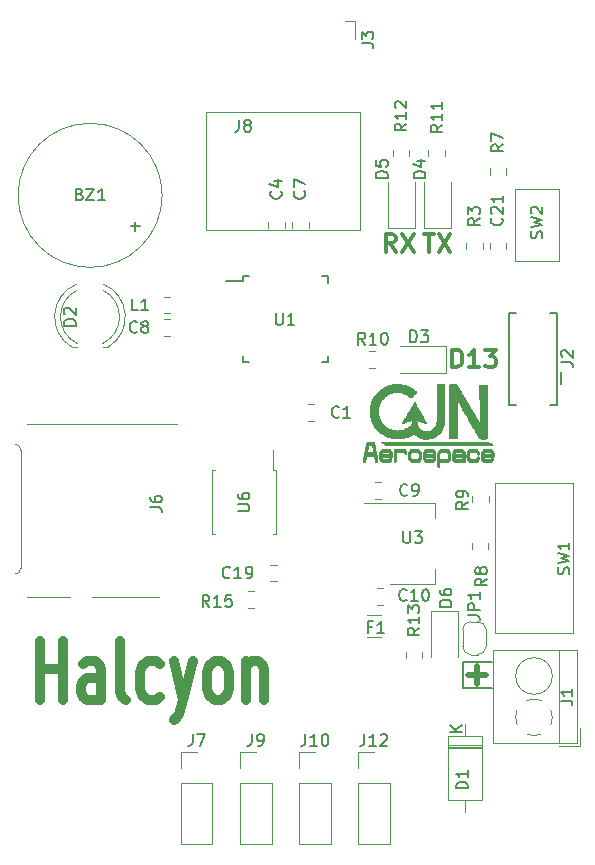
<source format=gbr>
%TF.GenerationSoftware,KiCad,Pcbnew,(5.1.6-0-10_14)*%
%TF.CreationDate,2021-04-25T16:08:19+02:00*%
%TF.ProjectId,ControlUnit,436f6e74-726f-46c5-956e-69742e6b6963,rev?*%
%TF.SameCoordinates,Original*%
%TF.FileFunction,Legend,Top*%
%TF.FilePolarity,Positive*%
%FSLAX46Y46*%
G04 Gerber Fmt 4.6, Leading zero omitted, Abs format (unit mm)*
G04 Created by KiCad (PCBNEW (5.1.6-0-10_14)) date 2021-04-25 16:08:19*
%MOMM*%
%LPD*%
G01*
G04 APERTURE LIST*
%ADD10C,0.300000*%
%ADD11C,0.150000*%
%ADD12C,0.500000*%
%ADD13C,0.875000*%
%ADD14C,0.010000*%
%ADD15C,0.120000*%
G04 APERTURE END LIST*
D10*
X139128571Y-79078571D02*
X139128571Y-77578571D01*
X139485714Y-77578571D01*
X139700000Y-77650000D01*
X139842857Y-77792857D01*
X139914285Y-77935714D01*
X139985714Y-78221428D01*
X139985714Y-78435714D01*
X139914285Y-78721428D01*
X139842857Y-78864285D01*
X139700000Y-79007142D01*
X139485714Y-79078571D01*
X139128571Y-79078571D01*
X141414285Y-79078571D02*
X140557142Y-79078571D01*
X140985714Y-79078571D02*
X140985714Y-77578571D01*
X140842857Y-77792857D01*
X140700000Y-77935714D01*
X140557142Y-78007142D01*
X141914285Y-77578571D02*
X142842857Y-77578571D01*
X142342857Y-78150000D01*
X142557142Y-78150000D01*
X142700000Y-78221428D01*
X142771428Y-78292857D01*
X142842857Y-78435714D01*
X142842857Y-78792857D01*
X142771428Y-78935714D01*
X142700000Y-79007142D01*
X142557142Y-79078571D01*
X142128571Y-79078571D01*
X141985714Y-79007142D01*
X141914285Y-78935714D01*
X136757142Y-67778571D02*
X137614285Y-67778571D01*
X137185714Y-69278571D02*
X137185714Y-67778571D01*
X137971428Y-67778571D02*
X138971428Y-69278571D01*
X138971428Y-67778571D02*
X137971428Y-69278571D01*
X134350000Y-69278571D02*
X133850000Y-68564285D01*
X133492857Y-69278571D02*
X133492857Y-67778571D01*
X134064285Y-67778571D01*
X134207142Y-67850000D01*
X134278571Y-67921428D01*
X134350000Y-68064285D01*
X134350000Y-68278571D01*
X134278571Y-68421428D01*
X134207142Y-68492857D01*
X134064285Y-68564285D01*
X133492857Y-68564285D01*
X134850000Y-67778571D02*
X135850000Y-69278571D01*
X135850000Y-67778571D02*
X134850000Y-69278571D01*
D11*
X140000000Y-106250000D02*
X142500000Y-106250000D01*
X140000000Y-104000000D02*
X140000000Y-106250000D01*
X142500000Y-104000000D02*
X140000000Y-104000000D01*
D12*
X140488095Y-105142857D02*
X142011904Y-105142857D01*
X141250000Y-105904761D02*
X141250000Y-104380952D01*
D13*
X104200000Y-107261904D02*
X104200000Y-102261904D01*
X104200000Y-104642857D02*
X106200000Y-104642857D01*
X106200000Y-107261904D02*
X106200000Y-102261904D01*
X109366666Y-107261904D02*
X109366666Y-104642857D01*
X109200000Y-104166666D01*
X108866666Y-103928571D01*
X108200000Y-103928571D01*
X107866666Y-104166666D01*
X109366666Y-107023809D02*
X109033333Y-107261904D01*
X108200000Y-107261904D01*
X107866666Y-107023809D01*
X107700000Y-106547619D01*
X107700000Y-106071428D01*
X107866666Y-105595238D01*
X108200000Y-105357142D01*
X109033333Y-105357142D01*
X109366666Y-105119047D01*
X111533333Y-107261904D02*
X111200000Y-107023809D01*
X111033333Y-106547619D01*
X111033333Y-102261904D01*
X114366666Y-107023809D02*
X114033333Y-107261904D01*
X113366666Y-107261904D01*
X113033333Y-107023809D01*
X112866666Y-106785714D01*
X112700000Y-106309523D01*
X112700000Y-104880952D01*
X112866666Y-104404761D01*
X113033333Y-104166666D01*
X113366666Y-103928571D01*
X114033333Y-103928571D01*
X114366666Y-104166666D01*
X115533333Y-103928571D02*
X116366666Y-107261904D01*
X117200000Y-103928571D02*
X116366666Y-107261904D01*
X116033333Y-108452380D01*
X115866666Y-108690476D01*
X115533333Y-108928571D01*
X119033333Y-107261904D02*
X118700000Y-107023809D01*
X118533333Y-106785714D01*
X118366666Y-106309523D01*
X118366666Y-104880952D01*
X118533333Y-104404761D01*
X118700000Y-104166666D01*
X119033333Y-103928571D01*
X119533333Y-103928571D01*
X119866666Y-104166666D01*
X120033333Y-104404761D01*
X120200000Y-104880952D01*
X120200000Y-106309523D01*
X120033333Y-106785714D01*
X119866666Y-107023809D01*
X119533333Y-107261904D01*
X119033333Y-107261904D01*
X121700000Y-103928571D02*
X121700000Y-107261904D01*
X121700000Y-104404761D02*
X121866666Y-104166666D01*
X122200000Y-103928571D01*
X122700000Y-103928571D01*
X123033333Y-104166666D01*
X123200000Y-104642857D01*
X123200000Y-107261904D01*
D14*
%TO.C,G\u002A\u002A\u002A*%
G36*
X138596494Y-86000679D02*
G01*
X138639102Y-86002465D01*
X138673047Y-86006099D01*
X138700258Y-86012097D01*
X138722666Y-86020975D01*
X138742201Y-86033249D01*
X138760793Y-86049437D01*
X138780372Y-86070054D01*
X138802870Y-86095617D01*
X138818991Y-86114017D01*
X138851013Y-86150932D01*
X138877026Y-86183353D01*
X138897651Y-86213557D01*
X138913514Y-86243819D01*
X138925236Y-86276418D01*
X138933440Y-86313628D01*
X138938750Y-86357726D01*
X138941788Y-86410989D01*
X138943179Y-86475693D01*
X138943543Y-86554115D01*
X138943548Y-86569116D01*
X138943363Y-86641737D01*
X138942606Y-86700310D01*
X138940975Y-86747170D01*
X138938167Y-86784652D01*
X138933881Y-86815093D01*
X138927814Y-86840829D01*
X138919664Y-86864195D01*
X138909129Y-86887527D01*
X138900049Y-86905327D01*
X138886749Y-86925046D01*
X138864598Y-86952093D01*
X138836537Y-86983427D01*
X138805508Y-87016008D01*
X138774453Y-87046797D01*
X138746312Y-87072753D01*
X138724027Y-87090836D01*
X138715171Y-87096406D01*
X138701543Y-87101978D01*
X138684089Y-87106228D01*
X138660220Y-87109424D01*
X138627349Y-87111832D01*
X138582886Y-87113719D01*
X138533871Y-87115118D01*
X138472283Y-87116138D01*
X138403731Y-87116432D01*
X138334929Y-87116021D01*
X138272589Y-87114927D01*
X138247097Y-87114172D01*
X138196259Y-87112225D01*
X138158991Y-87110203D01*
X138132477Y-87107702D01*
X138113902Y-87104316D01*
X138100452Y-87099642D01*
X138089311Y-87093275D01*
X138086058Y-87091016D01*
X138068315Y-87079178D01*
X138056656Y-87072890D01*
X138055332Y-87072580D01*
X138053819Y-87080357D01*
X138052493Y-87102020D01*
X138051430Y-87135070D01*
X138050710Y-87177006D01*
X138050410Y-87225329D01*
X138050406Y-87230306D01*
X138049952Y-87281729D01*
X138048719Y-87329490D01*
X138046851Y-87370397D01*
X138044494Y-87401257D01*
X138041831Y-87418744D01*
X138025876Y-87454668D01*
X138002338Y-87480363D01*
X137973999Y-87494092D01*
X137943641Y-87494119D01*
X137929451Y-87488897D01*
X137913202Y-87476013D01*
X137896192Y-87455683D01*
X137892580Y-87450215D01*
X137874290Y-87420806D01*
X137874290Y-86741387D01*
X138050452Y-86741387D01*
X138104373Y-86800467D01*
X138158295Y-86859548D01*
X138655240Y-86859548D01*
X138709265Y-86801196D01*
X138763290Y-86742843D01*
X138763290Y-86378955D01*
X138653420Y-86253225D01*
X138158704Y-86253225D01*
X138050648Y-86380225D01*
X138050452Y-86741387D01*
X137874290Y-86741387D01*
X137874290Y-86298290D01*
X137900496Y-86245032D01*
X137920228Y-86211407D01*
X137948764Y-86171004D01*
X137982699Y-86127978D01*
X138018629Y-86086481D01*
X138053150Y-86050670D01*
X138077830Y-86028611D01*
X138109305Y-86003322D01*
X138397378Y-86001243D01*
X138477562Y-86000584D01*
X138543290Y-86000224D01*
X138596494Y-86000679D01*
G37*
X138596494Y-86000679D02*
X138639102Y-86002465D01*
X138673047Y-86006099D01*
X138700258Y-86012097D01*
X138722666Y-86020975D01*
X138742201Y-86033249D01*
X138760793Y-86049437D01*
X138780372Y-86070054D01*
X138802870Y-86095617D01*
X138818991Y-86114017D01*
X138851013Y-86150932D01*
X138877026Y-86183353D01*
X138897651Y-86213557D01*
X138913514Y-86243819D01*
X138925236Y-86276418D01*
X138933440Y-86313628D01*
X138938750Y-86357726D01*
X138941788Y-86410989D01*
X138943179Y-86475693D01*
X138943543Y-86554115D01*
X138943548Y-86569116D01*
X138943363Y-86641737D01*
X138942606Y-86700310D01*
X138940975Y-86747170D01*
X138938167Y-86784652D01*
X138933881Y-86815093D01*
X138927814Y-86840829D01*
X138919664Y-86864195D01*
X138909129Y-86887527D01*
X138900049Y-86905327D01*
X138886749Y-86925046D01*
X138864598Y-86952093D01*
X138836537Y-86983427D01*
X138805508Y-87016008D01*
X138774453Y-87046797D01*
X138746312Y-87072753D01*
X138724027Y-87090836D01*
X138715171Y-87096406D01*
X138701543Y-87101978D01*
X138684089Y-87106228D01*
X138660220Y-87109424D01*
X138627349Y-87111832D01*
X138582886Y-87113719D01*
X138533871Y-87115118D01*
X138472283Y-87116138D01*
X138403731Y-87116432D01*
X138334929Y-87116021D01*
X138272589Y-87114927D01*
X138247097Y-87114172D01*
X138196259Y-87112225D01*
X138158991Y-87110203D01*
X138132477Y-87107702D01*
X138113902Y-87104316D01*
X138100452Y-87099642D01*
X138089311Y-87093275D01*
X138086058Y-87091016D01*
X138068315Y-87079178D01*
X138056656Y-87072890D01*
X138055332Y-87072580D01*
X138053819Y-87080357D01*
X138052493Y-87102020D01*
X138051430Y-87135070D01*
X138050710Y-87177006D01*
X138050410Y-87225329D01*
X138050406Y-87230306D01*
X138049952Y-87281729D01*
X138048719Y-87329490D01*
X138046851Y-87370397D01*
X138044494Y-87401257D01*
X138041831Y-87418744D01*
X138025876Y-87454668D01*
X138002338Y-87480363D01*
X137973999Y-87494092D01*
X137943641Y-87494119D01*
X137929451Y-87488897D01*
X137913202Y-87476013D01*
X137896192Y-87455683D01*
X137892580Y-87450215D01*
X137874290Y-87420806D01*
X137874290Y-86741387D01*
X138050452Y-86741387D01*
X138104373Y-86800467D01*
X138158295Y-86859548D01*
X138655240Y-86859548D01*
X138709265Y-86801196D01*
X138763290Y-86742843D01*
X138763290Y-86378955D01*
X138653420Y-86253225D01*
X138158704Y-86253225D01*
X138050648Y-86380225D01*
X138050452Y-86741387D01*
X137874290Y-86741387D01*
X137874290Y-86298290D01*
X137900496Y-86245032D01*
X137920228Y-86211407D01*
X137948764Y-86171004D01*
X137982699Y-86127978D01*
X138018629Y-86086481D01*
X138053150Y-86050670D01*
X138077830Y-86028611D01*
X138109305Y-86003322D01*
X138397378Y-86001243D01*
X138477562Y-86000584D01*
X138543290Y-86000224D01*
X138596494Y-86000679D01*
G36*
X133463572Y-85992282D02*
G01*
X133497606Y-85992571D01*
X133574002Y-85993258D01*
X133636020Y-85994060D01*
X133685664Y-85995543D01*
X133724937Y-85998272D01*
X133755841Y-86002812D01*
X133780382Y-86009728D01*
X133800560Y-86019585D01*
X133818381Y-86032950D01*
X133835847Y-86050386D01*
X133854961Y-86072459D01*
X133877728Y-86099735D01*
X133877824Y-86099850D01*
X133919540Y-86150317D01*
X133951518Y-86192128D01*
X133975046Y-86228748D01*
X133991413Y-86263644D01*
X134001906Y-86300281D01*
X134007815Y-86342127D01*
X134010428Y-86392646D01*
X134011032Y-86455306D01*
X134011032Y-86458261D01*
X134010593Y-86514789D01*
X134008911Y-86557733D01*
X134005440Y-86589878D01*
X133999632Y-86614013D01*
X133990943Y-86632924D01*
X133978824Y-86649398D01*
X133972107Y-86656758D01*
X133950611Y-86679290D01*
X133127905Y-86679290D01*
X133122687Y-86700084D01*
X133120372Y-86711496D01*
X133121000Y-86721697D01*
X133126168Y-86733512D01*
X133137473Y-86749769D01*
X133156511Y-86773294D01*
X133179387Y-86800430D01*
X133228548Y-86858452D01*
X133717798Y-86859548D01*
X133779213Y-86802193D01*
X133809579Y-86774777D01*
X133831809Y-86757404D01*
X133848914Y-86748107D01*
X133863904Y-86744917D01*
X133866930Y-86744838D01*
X133896935Y-86752471D01*
X133922323Y-86773603D01*
X133941274Y-86805589D01*
X133951971Y-86845783D01*
X133953677Y-86871042D01*
X133952203Y-86898854D01*
X133946531Y-86922708D01*
X133934788Y-86946021D01*
X133915101Y-86972210D01*
X133885595Y-87004691D01*
X133873536Y-87017217D01*
X133849611Y-87042002D01*
X133829472Y-87062136D01*
X133811134Y-87078100D01*
X133792616Y-87090372D01*
X133771936Y-87099433D01*
X133747110Y-87105762D01*
X133716156Y-87109837D01*
X133677092Y-87112140D01*
X133627935Y-87113148D01*
X133566702Y-87113342D01*
X133491412Y-87113201D01*
X133476730Y-87113178D01*
X133402586Y-87113046D01*
X133342970Y-87112796D01*
X133296025Y-87112316D01*
X133259890Y-87111491D01*
X133232709Y-87110209D01*
X133212621Y-87108355D01*
X133197769Y-87105815D01*
X133186294Y-87102478D01*
X133176337Y-87098228D01*
X133168722Y-87094360D01*
X133145153Y-87077858D01*
X133115360Y-87050830D01*
X133082223Y-87016376D01*
X133048620Y-86977594D01*
X133017431Y-86937585D01*
X133000092Y-86912806D01*
X132985403Y-86889926D01*
X132973631Y-86868861D01*
X132964456Y-86847470D01*
X132957555Y-86823615D01*
X132952607Y-86795153D01*
X132949289Y-86759947D01*
X132947280Y-86715854D01*
X132946258Y-86660736D01*
X132945901Y-86592452D01*
X132945871Y-86552318D01*
X132946020Y-86471173D01*
X132946929Y-86404182D01*
X132947165Y-86398652D01*
X133119164Y-86398652D01*
X133122909Y-86412329D01*
X133125510Y-86415493D01*
X133131615Y-86418102D01*
X133142652Y-86420210D01*
X133160051Y-86421869D01*
X133185241Y-86423130D01*
X133219651Y-86424045D01*
X133264712Y-86424667D01*
X133321852Y-86425047D01*
X133392502Y-86425237D01*
X133478090Y-86425290D01*
X133830774Y-86425290D01*
X133830774Y-86402731D01*
X133825367Y-86383393D01*
X133808752Y-86355369D01*
X133780333Y-86317660D01*
X133779564Y-86316706D01*
X133728355Y-86253241D01*
X133477407Y-86253233D01*
X133226460Y-86253225D01*
X133172198Y-86313854D01*
X133145342Y-86344785D01*
X133128569Y-86367196D01*
X133120351Y-86384136D01*
X133119164Y-86398652D01*
X132947165Y-86398652D01*
X132949288Y-86349112D01*
X132953789Y-86303731D01*
X132961123Y-86265806D01*
X132971982Y-86233104D01*
X132987056Y-86203393D01*
X133007038Y-86174438D01*
X133032619Y-86144008D01*
X133064489Y-86109871D01*
X133091500Y-86081966D01*
X133124678Y-86048758D01*
X133150067Y-86025857D01*
X133170487Y-86011080D01*
X133188761Y-86002247D01*
X133198542Y-85999230D01*
X133219735Y-85996183D01*
X133256697Y-85993968D01*
X133309566Y-85992582D01*
X133378479Y-85992021D01*
X133463572Y-85992282D01*
G37*
X133463572Y-85992282D02*
X133497606Y-85992571D01*
X133574002Y-85993258D01*
X133636020Y-85994060D01*
X133685664Y-85995543D01*
X133724937Y-85998272D01*
X133755841Y-86002812D01*
X133780382Y-86009728D01*
X133800560Y-86019585D01*
X133818381Y-86032950D01*
X133835847Y-86050386D01*
X133854961Y-86072459D01*
X133877728Y-86099735D01*
X133877824Y-86099850D01*
X133919540Y-86150317D01*
X133951518Y-86192128D01*
X133975046Y-86228748D01*
X133991413Y-86263644D01*
X134001906Y-86300281D01*
X134007815Y-86342127D01*
X134010428Y-86392646D01*
X134011032Y-86455306D01*
X134011032Y-86458261D01*
X134010593Y-86514789D01*
X134008911Y-86557733D01*
X134005440Y-86589878D01*
X133999632Y-86614013D01*
X133990943Y-86632924D01*
X133978824Y-86649398D01*
X133972107Y-86656758D01*
X133950611Y-86679290D01*
X133127905Y-86679290D01*
X133122687Y-86700084D01*
X133120372Y-86711496D01*
X133121000Y-86721697D01*
X133126168Y-86733512D01*
X133137473Y-86749769D01*
X133156511Y-86773294D01*
X133179387Y-86800430D01*
X133228548Y-86858452D01*
X133717798Y-86859548D01*
X133779213Y-86802193D01*
X133809579Y-86774777D01*
X133831809Y-86757404D01*
X133848914Y-86748107D01*
X133863904Y-86744917D01*
X133866930Y-86744838D01*
X133896935Y-86752471D01*
X133922323Y-86773603D01*
X133941274Y-86805589D01*
X133951971Y-86845783D01*
X133953677Y-86871042D01*
X133952203Y-86898854D01*
X133946531Y-86922708D01*
X133934788Y-86946021D01*
X133915101Y-86972210D01*
X133885595Y-87004691D01*
X133873536Y-87017217D01*
X133849611Y-87042002D01*
X133829472Y-87062136D01*
X133811134Y-87078100D01*
X133792616Y-87090372D01*
X133771936Y-87099433D01*
X133747110Y-87105762D01*
X133716156Y-87109837D01*
X133677092Y-87112140D01*
X133627935Y-87113148D01*
X133566702Y-87113342D01*
X133491412Y-87113201D01*
X133476730Y-87113178D01*
X133402586Y-87113046D01*
X133342970Y-87112796D01*
X133296025Y-87112316D01*
X133259890Y-87111491D01*
X133232709Y-87110209D01*
X133212621Y-87108355D01*
X133197769Y-87105815D01*
X133186294Y-87102478D01*
X133176337Y-87098228D01*
X133168722Y-87094360D01*
X133145153Y-87077858D01*
X133115360Y-87050830D01*
X133082223Y-87016376D01*
X133048620Y-86977594D01*
X133017431Y-86937585D01*
X133000092Y-86912806D01*
X132985403Y-86889926D01*
X132973631Y-86868861D01*
X132964456Y-86847470D01*
X132957555Y-86823615D01*
X132952607Y-86795153D01*
X132949289Y-86759947D01*
X132947280Y-86715854D01*
X132946258Y-86660736D01*
X132945901Y-86592452D01*
X132945871Y-86552318D01*
X132946020Y-86471173D01*
X132946929Y-86404182D01*
X132947165Y-86398652D01*
X133119164Y-86398652D01*
X133122909Y-86412329D01*
X133125510Y-86415493D01*
X133131615Y-86418102D01*
X133142652Y-86420210D01*
X133160051Y-86421869D01*
X133185241Y-86423130D01*
X133219651Y-86424045D01*
X133264712Y-86424667D01*
X133321852Y-86425047D01*
X133392502Y-86425237D01*
X133478090Y-86425290D01*
X133830774Y-86425290D01*
X133830774Y-86402731D01*
X133825367Y-86383393D01*
X133808752Y-86355369D01*
X133780333Y-86317660D01*
X133779564Y-86316706D01*
X133728355Y-86253241D01*
X133477407Y-86253233D01*
X133226460Y-86253225D01*
X133172198Y-86313854D01*
X133145342Y-86344785D01*
X133128569Y-86367196D01*
X133120351Y-86384136D01*
X133119164Y-86398652D01*
X132947165Y-86398652D01*
X132949288Y-86349112D01*
X132953789Y-86303731D01*
X132961123Y-86265806D01*
X132971982Y-86233104D01*
X132987056Y-86203393D01*
X133007038Y-86174438D01*
X133032619Y-86144008D01*
X133064489Y-86109871D01*
X133091500Y-86081966D01*
X133124678Y-86048758D01*
X133150067Y-86025857D01*
X133170487Y-86011080D01*
X133188761Y-86002247D01*
X133198542Y-85999230D01*
X133219735Y-85996183D01*
X133256697Y-85993968D01*
X133309566Y-85992582D01*
X133378479Y-85992021D01*
X133463572Y-85992282D01*
G36*
X139816744Y-85983899D02*
G01*
X139858636Y-85985615D01*
X139891522Y-85988724D01*
X139917246Y-85993515D01*
X139937654Y-86000275D01*
X139954589Y-86009292D01*
X139969897Y-86020856D01*
X139985423Y-86035255D01*
X139992978Y-86042742D01*
X140032024Y-86084365D01*
X140070117Y-86129663D01*
X140104293Y-86174772D01*
X140131591Y-86215825D01*
X140146312Y-86242780D01*
X140168484Y-86290096D01*
X140171014Y-86701822D01*
X140173545Y-87113548D01*
X140000516Y-87113548D01*
X140000516Y-87056053D01*
X139956837Y-87080704D01*
X139913159Y-87105354D01*
X139639876Y-87105354D01*
X139560215Y-87105402D01*
X139494989Y-87105174D01*
X139442245Y-87104118D01*
X139400033Y-87101679D01*
X139366401Y-87097303D01*
X139339399Y-87090436D01*
X139317077Y-87080525D01*
X139297482Y-87067014D01*
X139278663Y-87049350D01*
X139258671Y-87026980D01*
X139235554Y-86999348D01*
X139225919Y-86987801D01*
X139197181Y-86952054D01*
X139170284Y-86916019D01*
X139148220Y-86883867D01*
X139133984Y-86859770D01*
X139133874Y-86859548D01*
X139126044Y-86843122D01*
X139120241Y-86828070D01*
X139116109Y-86811543D01*
X139113294Y-86790691D01*
X139111440Y-86762664D01*
X139110191Y-86724614D01*
X139109642Y-86696552D01*
X139281101Y-86696552D01*
X139282694Y-86710220D01*
X139291366Y-86728090D01*
X139308640Y-86752675D01*
X139334359Y-86784489D01*
X139390097Y-86851067D01*
X139637273Y-86851211D01*
X139884449Y-86851354D01*
X139938295Y-86791951D01*
X139963935Y-86762801D01*
X139980024Y-86741665D01*
X139988660Y-86725031D01*
X139991942Y-86709389D01*
X139992232Y-86701735D01*
X139992323Y-86670922D01*
X139637952Y-86673058D01*
X139283581Y-86675193D01*
X139281101Y-86696552D01*
X139109642Y-86696552D01*
X139109194Y-86673691D01*
X139108959Y-86659682D01*
X139108247Y-86599035D01*
X139108671Y-86552334D01*
X139110679Y-86517154D01*
X139114721Y-86491066D01*
X139121246Y-86471646D01*
X139130701Y-86456466D01*
X139143537Y-86443100D01*
X139150078Y-86437414D01*
X139174225Y-86417096D01*
X139992323Y-86417096D01*
X139992323Y-86393946D01*
X139988154Y-86376819D01*
X139974780Y-86353756D01*
X139950901Y-86322672D01*
X139939516Y-86309154D01*
X139886710Y-86247513D01*
X139823571Y-86242176D01*
X139796266Y-86240581D01*
X139756079Y-86239176D01*
X139706514Y-86238037D01*
X139651076Y-86237240D01*
X139593269Y-86236860D01*
X139576585Y-86236838D01*
X139392739Y-86236838D01*
X139334063Y-86290814D01*
X139299714Y-86321449D01*
X139273833Y-86341486D01*
X139253594Y-86352200D01*
X139236171Y-86354866D01*
X139218737Y-86350760D01*
X139209785Y-86346877D01*
X139183293Y-86325893D01*
X139163676Y-86293788D01*
X139152325Y-86254880D01*
X139150632Y-86213490D01*
X139156837Y-86182487D01*
X139167364Y-86162871D01*
X139187291Y-86135763D01*
X139213635Y-86104399D01*
X139243410Y-86072017D01*
X139273632Y-86041855D01*
X139301316Y-86017152D01*
X139323479Y-86001144D01*
X139324548Y-86000542D01*
X139333286Y-85996742D01*
X139345488Y-85993651D01*
X139362910Y-85991172D01*
X139387308Y-85989206D01*
X139420439Y-85987656D01*
X139464059Y-85986425D01*
X139519924Y-85985416D01*
X139589791Y-85984531D01*
X139618583Y-85984225D01*
X139698562Y-85983492D01*
X139764001Y-85983288D01*
X139816744Y-85983899D01*
G37*
X139816744Y-85983899D02*
X139858636Y-85985615D01*
X139891522Y-85988724D01*
X139917246Y-85993515D01*
X139937654Y-86000275D01*
X139954589Y-86009292D01*
X139969897Y-86020856D01*
X139985423Y-86035255D01*
X139992978Y-86042742D01*
X140032024Y-86084365D01*
X140070117Y-86129663D01*
X140104293Y-86174772D01*
X140131591Y-86215825D01*
X140146312Y-86242780D01*
X140168484Y-86290096D01*
X140171014Y-86701822D01*
X140173545Y-87113548D01*
X140000516Y-87113548D01*
X140000516Y-87056053D01*
X139956837Y-87080704D01*
X139913159Y-87105354D01*
X139639876Y-87105354D01*
X139560215Y-87105402D01*
X139494989Y-87105174D01*
X139442245Y-87104118D01*
X139400033Y-87101679D01*
X139366401Y-87097303D01*
X139339399Y-87090436D01*
X139317077Y-87080525D01*
X139297482Y-87067014D01*
X139278663Y-87049350D01*
X139258671Y-87026980D01*
X139235554Y-86999348D01*
X139225919Y-86987801D01*
X139197181Y-86952054D01*
X139170284Y-86916019D01*
X139148220Y-86883867D01*
X139133984Y-86859770D01*
X139133874Y-86859548D01*
X139126044Y-86843122D01*
X139120241Y-86828070D01*
X139116109Y-86811543D01*
X139113294Y-86790691D01*
X139111440Y-86762664D01*
X139110191Y-86724614D01*
X139109642Y-86696552D01*
X139281101Y-86696552D01*
X139282694Y-86710220D01*
X139291366Y-86728090D01*
X139308640Y-86752675D01*
X139334359Y-86784489D01*
X139390097Y-86851067D01*
X139637273Y-86851211D01*
X139884449Y-86851354D01*
X139938295Y-86791951D01*
X139963935Y-86762801D01*
X139980024Y-86741665D01*
X139988660Y-86725031D01*
X139991942Y-86709389D01*
X139992232Y-86701735D01*
X139992323Y-86670922D01*
X139637952Y-86673058D01*
X139283581Y-86675193D01*
X139281101Y-86696552D01*
X139109642Y-86696552D01*
X139109194Y-86673691D01*
X139108959Y-86659682D01*
X139108247Y-86599035D01*
X139108671Y-86552334D01*
X139110679Y-86517154D01*
X139114721Y-86491066D01*
X139121246Y-86471646D01*
X139130701Y-86456466D01*
X139143537Y-86443100D01*
X139150078Y-86437414D01*
X139174225Y-86417096D01*
X139992323Y-86417096D01*
X139992323Y-86393946D01*
X139988154Y-86376819D01*
X139974780Y-86353756D01*
X139950901Y-86322672D01*
X139939516Y-86309154D01*
X139886710Y-86247513D01*
X139823571Y-86242176D01*
X139796266Y-86240581D01*
X139756079Y-86239176D01*
X139706514Y-86238037D01*
X139651076Y-86237240D01*
X139593269Y-86236860D01*
X139576585Y-86236838D01*
X139392739Y-86236838D01*
X139334063Y-86290814D01*
X139299714Y-86321449D01*
X139273833Y-86341486D01*
X139253594Y-86352200D01*
X139236171Y-86354866D01*
X139218737Y-86350760D01*
X139209785Y-86346877D01*
X139183293Y-86325893D01*
X139163676Y-86293788D01*
X139152325Y-86254880D01*
X139150632Y-86213490D01*
X139156837Y-86182487D01*
X139167364Y-86162871D01*
X139187291Y-86135763D01*
X139213635Y-86104399D01*
X139243410Y-86072017D01*
X139273632Y-86041855D01*
X139301316Y-86017152D01*
X139323479Y-86001144D01*
X139324548Y-86000542D01*
X139333286Y-85996742D01*
X139345488Y-85993651D01*
X139362910Y-85991172D01*
X139387308Y-85989206D01*
X139420439Y-85987656D01*
X139464059Y-85986425D01*
X139519924Y-85985416D01*
X139589791Y-85984531D01*
X139618583Y-85984225D01*
X139698562Y-85983492D01*
X139764001Y-85983288D01*
X139816744Y-85983899D01*
G36*
X142152560Y-85991104D02*
G01*
X142211372Y-85991769D01*
X142265093Y-85992933D01*
X142311070Y-85994599D01*
X142346653Y-85996766D01*
X142369189Y-85999435D01*
X142372548Y-86000201D01*
X142400004Y-86010269D01*
X142424699Y-86023156D01*
X142427656Y-86025152D01*
X142447230Y-86042372D01*
X142473192Y-86069773D01*
X142502787Y-86103939D01*
X142533258Y-86141453D01*
X142561850Y-86178898D01*
X142585808Y-86212855D01*
X142602376Y-86239909D01*
X142604964Y-86245032D01*
X142612805Y-86262539D01*
X142618544Y-86279050D01*
X142622584Y-86297645D01*
X142625325Y-86321406D01*
X142627170Y-86353414D01*
X142628518Y-86396752D01*
X142629309Y-86431925D01*
X142630320Y-86492829D01*
X142630248Y-86539789D01*
X142628753Y-86575234D01*
X142625499Y-86601592D01*
X142620149Y-86621288D01*
X142612365Y-86636751D01*
X142601809Y-86650408D01*
X142598419Y-86654122D01*
X142574909Y-86679290D01*
X141745742Y-86679290D01*
X141745742Y-86706717D01*
X141748010Y-86722724D01*
X141756076Y-86740551D01*
X141771828Y-86763380D01*
X141797156Y-86794396D01*
X141799242Y-86796846D01*
X141852742Y-86859548D01*
X142337162Y-86859548D01*
X142399407Y-86802193D01*
X142434551Y-86771692D01*
X142462204Y-86752847D01*
X142485171Y-86744565D01*
X142506255Y-86745751D01*
X142524641Y-86753306D01*
X142542513Y-86770221D01*
X142558503Y-86798051D01*
X142570188Y-86831335D01*
X142575147Y-86864610D01*
X142575181Y-86867269D01*
X142572334Y-86900814D01*
X142562571Y-86931541D01*
X142544062Y-86962925D01*
X142514974Y-86998436D01*
X142494495Y-87020270D01*
X142471434Y-87044132D01*
X142451713Y-87063537D01*
X142433368Y-87078946D01*
X142414437Y-87090818D01*
X142392958Y-87099613D01*
X142366967Y-87105791D01*
X142334502Y-87109810D01*
X142293600Y-87112131D01*
X142242297Y-87113213D01*
X142178632Y-87113515D01*
X142100642Y-87113499D01*
X142096342Y-87113498D01*
X142020100Y-87113384D01*
X141958523Y-87113024D01*
X141909892Y-87112344D01*
X141872486Y-87111270D01*
X141844584Y-87109728D01*
X141824466Y-87107645D01*
X141810413Y-87104947D01*
X141800702Y-87101559D01*
X141799000Y-87100725D01*
X141770995Y-87081604D01*
X141737545Y-87051615D01*
X141701489Y-87014030D01*
X141665665Y-86972121D01*
X141632910Y-86929159D01*
X141606063Y-86888416D01*
X141591753Y-86861800D01*
X141569581Y-86814484D01*
X141567007Y-86563821D01*
X141566334Y-86492491D01*
X141566007Y-86435483D01*
X141566110Y-86396032D01*
X141745742Y-86396032D01*
X141745742Y-86425290D01*
X142458581Y-86425290D01*
X142458581Y-86406453D01*
X142453253Y-86391300D01*
X142438453Y-86366982D01*
X142415952Y-86336256D01*
X142403274Y-86320449D01*
X142347968Y-86253282D01*
X142097686Y-86253254D01*
X141847405Y-86253225D01*
X141796573Y-86310000D01*
X141771510Y-86339063D01*
X141756098Y-86360298D01*
X141748223Y-86377282D01*
X141745773Y-86393592D01*
X141745742Y-86396032D01*
X141566110Y-86396032D01*
X141566124Y-86390735D01*
X141566784Y-86356182D01*
X141568084Y-86329762D01*
X141570123Y-86309412D01*
X141573000Y-86293069D01*
X141576813Y-86278670D01*
X141581234Y-86265358D01*
X141594360Y-86232439D01*
X141610419Y-86202137D01*
X141631609Y-86171378D01*
X141660123Y-86137089D01*
X141698158Y-86096196D01*
X141712968Y-86080938D01*
X141744783Y-86049175D01*
X141768871Y-86027431D01*
X141788318Y-86013405D01*
X141806206Y-86004801D01*
X141821064Y-86000373D01*
X141841266Y-85997563D01*
X141874940Y-85995247D01*
X141919432Y-85993425D01*
X141972093Y-85992099D01*
X142030268Y-85991270D01*
X142091308Y-85990938D01*
X142152560Y-85991104D01*
G37*
X142152560Y-85991104D02*
X142211372Y-85991769D01*
X142265093Y-85992933D01*
X142311070Y-85994599D01*
X142346653Y-85996766D01*
X142369189Y-85999435D01*
X142372548Y-86000201D01*
X142400004Y-86010269D01*
X142424699Y-86023156D01*
X142427656Y-86025152D01*
X142447230Y-86042372D01*
X142473192Y-86069773D01*
X142502787Y-86103939D01*
X142533258Y-86141453D01*
X142561850Y-86178898D01*
X142585808Y-86212855D01*
X142602376Y-86239909D01*
X142604964Y-86245032D01*
X142612805Y-86262539D01*
X142618544Y-86279050D01*
X142622584Y-86297645D01*
X142625325Y-86321406D01*
X142627170Y-86353414D01*
X142628518Y-86396752D01*
X142629309Y-86431925D01*
X142630320Y-86492829D01*
X142630248Y-86539789D01*
X142628753Y-86575234D01*
X142625499Y-86601592D01*
X142620149Y-86621288D01*
X142612365Y-86636751D01*
X142601809Y-86650408D01*
X142598419Y-86654122D01*
X142574909Y-86679290D01*
X141745742Y-86679290D01*
X141745742Y-86706717D01*
X141748010Y-86722724D01*
X141756076Y-86740551D01*
X141771828Y-86763380D01*
X141797156Y-86794396D01*
X141799242Y-86796846D01*
X141852742Y-86859548D01*
X142337162Y-86859548D01*
X142399407Y-86802193D01*
X142434551Y-86771692D01*
X142462204Y-86752847D01*
X142485171Y-86744565D01*
X142506255Y-86745751D01*
X142524641Y-86753306D01*
X142542513Y-86770221D01*
X142558503Y-86798051D01*
X142570188Y-86831335D01*
X142575147Y-86864610D01*
X142575181Y-86867269D01*
X142572334Y-86900814D01*
X142562571Y-86931541D01*
X142544062Y-86962925D01*
X142514974Y-86998436D01*
X142494495Y-87020270D01*
X142471434Y-87044132D01*
X142451713Y-87063537D01*
X142433368Y-87078946D01*
X142414437Y-87090818D01*
X142392958Y-87099613D01*
X142366967Y-87105791D01*
X142334502Y-87109810D01*
X142293600Y-87112131D01*
X142242297Y-87113213D01*
X142178632Y-87113515D01*
X142100642Y-87113499D01*
X142096342Y-87113498D01*
X142020100Y-87113384D01*
X141958523Y-87113024D01*
X141909892Y-87112344D01*
X141872486Y-87111270D01*
X141844584Y-87109728D01*
X141824466Y-87107645D01*
X141810413Y-87104947D01*
X141800702Y-87101559D01*
X141799000Y-87100725D01*
X141770995Y-87081604D01*
X141737545Y-87051615D01*
X141701489Y-87014030D01*
X141665665Y-86972121D01*
X141632910Y-86929159D01*
X141606063Y-86888416D01*
X141591753Y-86861800D01*
X141569581Y-86814484D01*
X141567007Y-86563821D01*
X141566334Y-86492491D01*
X141566007Y-86435483D01*
X141566110Y-86396032D01*
X141745742Y-86396032D01*
X141745742Y-86425290D01*
X142458581Y-86425290D01*
X142458581Y-86406453D01*
X142453253Y-86391300D01*
X142438453Y-86366982D01*
X142415952Y-86336256D01*
X142403274Y-86320449D01*
X142347968Y-86253282D01*
X142097686Y-86253254D01*
X141847405Y-86253225D01*
X141796573Y-86310000D01*
X141771510Y-86339063D01*
X141756098Y-86360298D01*
X141748223Y-86377282D01*
X141745773Y-86393592D01*
X141745742Y-86396032D01*
X141566110Y-86396032D01*
X141566124Y-86390735D01*
X141566784Y-86356182D01*
X141568084Y-86329762D01*
X141570123Y-86309412D01*
X141573000Y-86293069D01*
X141576813Y-86278670D01*
X141581234Y-86265358D01*
X141594360Y-86232439D01*
X141610419Y-86202137D01*
X141631609Y-86171378D01*
X141660123Y-86137089D01*
X141698158Y-86096196D01*
X141712968Y-86080938D01*
X141744783Y-86049175D01*
X141768871Y-86027431D01*
X141788318Y-86013405D01*
X141806206Y-86004801D01*
X141821064Y-86000373D01*
X141841266Y-85997563D01*
X141874940Y-85995247D01*
X141919432Y-85993425D01*
X141972093Y-85992099D01*
X142030268Y-85991270D01*
X142091308Y-85990938D01*
X142152560Y-85991104D01*
G36*
X132193705Y-85369970D02*
G01*
X132257501Y-85370755D01*
X132307059Y-85371565D01*
X132344525Y-85372606D01*
X132372048Y-85374085D01*
X132391775Y-85376209D01*
X132405853Y-85379184D01*
X132416429Y-85383216D01*
X132425652Y-85388512D01*
X132432190Y-85392903D01*
X132454453Y-85411444D01*
X132478866Y-85436628D01*
X132492018Y-85452524D01*
X132497084Y-85459214D01*
X132501745Y-85465921D01*
X132506189Y-85473537D01*
X132510600Y-85482956D01*
X132515166Y-85495071D01*
X132520073Y-85510778D01*
X132525506Y-85530968D01*
X132531652Y-85556537D01*
X132538698Y-85588377D01*
X132546828Y-85627382D01*
X132556230Y-85674446D01*
X132567090Y-85730463D01*
X132579594Y-85796326D01*
X132593928Y-85872929D01*
X132610278Y-85961166D01*
X132628831Y-86061930D01*
X132649773Y-86176114D01*
X132673289Y-86304614D01*
X132699567Y-86448322D01*
X132700102Y-86451247D01*
X132719875Y-86559614D01*
X132736745Y-86653135D01*
X132750779Y-86733077D01*
X132762045Y-86800709D01*
X132770613Y-86857301D01*
X132776551Y-86904121D01*
X132779926Y-86942437D01*
X132780808Y-86973518D01*
X132779264Y-86998632D01*
X132775363Y-87019048D01*
X132769174Y-87036036D01*
X132760765Y-87050862D01*
X132750204Y-87064797D01*
X132737559Y-87079108D01*
X132734146Y-87082822D01*
X132716270Y-87098695D01*
X132698328Y-87103812D01*
X132673785Y-87099618D01*
X132667032Y-87097644D01*
X132630984Y-87081287D01*
X132606707Y-87056403D01*
X132598004Y-87040193D01*
X132593164Y-87024516D01*
X132586100Y-86995127D01*
X132577321Y-86954470D01*
X132567337Y-86904989D01*
X132556657Y-86849129D01*
X132545889Y-86789903D01*
X132506695Y-86568677D01*
X131848713Y-86564395D01*
X131843277Y-86595213D01*
X131836014Y-86634775D01*
X131826877Y-86682063D01*
X131816399Y-86734575D01*
X131805107Y-86789813D01*
X131793531Y-86845274D01*
X131782203Y-86898459D01*
X131771652Y-86946866D01*
X131762407Y-86987996D01*
X131754999Y-87019348D01*
X131749958Y-87038421D01*
X131748450Y-87042653D01*
X131727741Y-87073981D01*
X131703545Y-87091334D01*
X131672349Y-87097124D01*
X131669077Y-87097161D01*
X131645763Y-87095583D01*
X131628252Y-87088718D01*
X131609963Y-87073371D01*
X131600860Y-87064042D01*
X131592952Y-87055754D01*
X131585903Y-87047795D01*
X131579833Y-87039349D01*
X131574862Y-87029601D01*
X131571108Y-87017736D01*
X131568692Y-87002938D01*
X131567732Y-86984393D01*
X131568349Y-86961284D01*
X131570661Y-86932798D01*
X131574788Y-86898118D01*
X131580850Y-86856430D01*
X131588966Y-86806918D01*
X131599256Y-86748768D01*
X131611838Y-86681163D01*
X131626833Y-86603289D01*
X131644359Y-86514330D01*
X131664537Y-86413472D01*
X131687485Y-86299899D01*
X131696642Y-86254852D01*
X131913484Y-86254852D01*
X131914307Y-86259007D01*
X131917905Y-86262301D01*
X131925975Y-86264831D01*
X131940212Y-86266696D01*
X131962311Y-86267996D01*
X131993967Y-86268827D01*
X132036877Y-86269290D01*
X132092735Y-86269482D01*
X132163238Y-86269502D01*
X132165435Y-86269501D01*
X132228810Y-86269327D01*
X132287458Y-86268888D01*
X132339219Y-86268222D01*
X132381931Y-86267368D01*
X132413431Y-86266362D01*
X132431558Y-86265243D01*
X132434555Y-86264780D01*
X132439479Y-86263099D01*
X132443014Y-86259856D01*
X132444993Y-86253273D01*
X132445245Y-86241571D01*
X132443601Y-86222969D01*
X132439893Y-86195690D01*
X132433951Y-86157954D01*
X132425607Y-86107982D01*
X132414690Y-86043996D01*
X132412178Y-86029327D01*
X132401174Y-85965632D01*
X132390269Y-85903483D01*
X132379986Y-85845803D01*
X132370852Y-85795517D01*
X132363393Y-85755547D01*
X132358139Y-85728838D01*
X132343645Y-85659193D01*
X132191067Y-85656968D01*
X132038488Y-85654743D01*
X132020387Y-85726613D01*
X132013888Y-85753995D01*
X132005329Y-85792398D01*
X131995197Y-85839414D01*
X131983980Y-85892638D01*
X131972163Y-85949664D01*
X131960234Y-86008085D01*
X131948681Y-86065495D01*
X131937989Y-86119487D01*
X131928646Y-86167655D01*
X131921139Y-86207594D01*
X131915955Y-86236896D01*
X131913581Y-86253156D01*
X131913484Y-86254852D01*
X131696642Y-86254852D01*
X131713324Y-86172796D01*
X131742172Y-86031347D01*
X131774150Y-85874738D01*
X131777615Y-85857768D01*
X131792701Y-85784528D01*
X131807112Y-85715799D01*
X131820459Y-85653349D01*
X131832351Y-85598945D01*
X131842400Y-85554355D01*
X131850217Y-85521346D01*
X131855413Y-85501686D01*
X131856987Y-85497252D01*
X131878178Y-85464801D01*
X131907500Y-85430331D01*
X131939116Y-85400388D01*
X131952577Y-85390105D01*
X131985165Y-85367522D01*
X132193705Y-85369970D01*
G37*
X132193705Y-85369970D02*
X132257501Y-85370755D01*
X132307059Y-85371565D01*
X132344525Y-85372606D01*
X132372048Y-85374085D01*
X132391775Y-85376209D01*
X132405853Y-85379184D01*
X132416429Y-85383216D01*
X132425652Y-85388512D01*
X132432190Y-85392903D01*
X132454453Y-85411444D01*
X132478866Y-85436628D01*
X132492018Y-85452524D01*
X132497084Y-85459214D01*
X132501745Y-85465921D01*
X132506189Y-85473537D01*
X132510600Y-85482956D01*
X132515166Y-85495071D01*
X132520073Y-85510778D01*
X132525506Y-85530968D01*
X132531652Y-85556537D01*
X132538698Y-85588377D01*
X132546828Y-85627382D01*
X132556230Y-85674446D01*
X132567090Y-85730463D01*
X132579594Y-85796326D01*
X132593928Y-85872929D01*
X132610278Y-85961166D01*
X132628831Y-86061930D01*
X132649773Y-86176114D01*
X132673289Y-86304614D01*
X132699567Y-86448322D01*
X132700102Y-86451247D01*
X132719875Y-86559614D01*
X132736745Y-86653135D01*
X132750779Y-86733077D01*
X132762045Y-86800709D01*
X132770613Y-86857301D01*
X132776551Y-86904121D01*
X132779926Y-86942437D01*
X132780808Y-86973518D01*
X132779264Y-86998632D01*
X132775363Y-87019048D01*
X132769174Y-87036036D01*
X132760765Y-87050862D01*
X132750204Y-87064797D01*
X132737559Y-87079108D01*
X132734146Y-87082822D01*
X132716270Y-87098695D01*
X132698328Y-87103812D01*
X132673785Y-87099618D01*
X132667032Y-87097644D01*
X132630984Y-87081287D01*
X132606707Y-87056403D01*
X132598004Y-87040193D01*
X132593164Y-87024516D01*
X132586100Y-86995127D01*
X132577321Y-86954470D01*
X132567337Y-86904989D01*
X132556657Y-86849129D01*
X132545889Y-86789903D01*
X132506695Y-86568677D01*
X131848713Y-86564395D01*
X131843277Y-86595213D01*
X131836014Y-86634775D01*
X131826877Y-86682063D01*
X131816399Y-86734575D01*
X131805107Y-86789813D01*
X131793531Y-86845274D01*
X131782203Y-86898459D01*
X131771652Y-86946866D01*
X131762407Y-86987996D01*
X131754999Y-87019348D01*
X131749958Y-87038421D01*
X131748450Y-87042653D01*
X131727741Y-87073981D01*
X131703545Y-87091334D01*
X131672349Y-87097124D01*
X131669077Y-87097161D01*
X131645763Y-87095583D01*
X131628252Y-87088718D01*
X131609963Y-87073371D01*
X131600860Y-87064042D01*
X131592952Y-87055754D01*
X131585903Y-87047795D01*
X131579833Y-87039349D01*
X131574862Y-87029601D01*
X131571108Y-87017736D01*
X131568692Y-87002938D01*
X131567732Y-86984393D01*
X131568349Y-86961284D01*
X131570661Y-86932798D01*
X131574788Y-86898118D01*
X131580850Y-86856430D01*
X131588966Y-86806918D01*
X131599256Y-86748768D01*
X131611838Y-86681163D01*
X131626833Y-86603289D01*
X131644359Y-86514330D01*
X131664537Y-86413472D01*
X131687485Y-86299899D01*
X131696642Y-86254852D01*
X131913484Y-86254852D01*
X131914307Y-86259007D01*
X131917905Y-86262301D01*
X131925975Y-86264831D01*
X131940212Y-86266696D01*
X131962311Y-86267996D01*
X131993967Y-86268827D01*
X132036877Y-86269290D01*
X132092735Y-86269482D01*
X132163238Y-86269502D01*
X132165435Y-86269501D01*
X132228810Y-86269327D01*
X132287458Y-86268888D01*
X132339219Y-86268222D01*
X132381931Y-86267368D01*
X132413431Y-86266362D01*
X132431558Y-86265243D01*
X132434555Y-86264780D01*
X132439479Y-86263099D01*
X132443014Y-86259856D01*
X132444993Y-86253273D01*
X132445245Y-86241571D01*
X132443601Y-86222969D01*
X132439893Y-86195690D01*
X132433951Y-86157954D01*
X132425607Y-86107982D01*
X132414690Y-86043996D01*
X132412178Y-86029327D01*
X132401174Y-85965632D01*
X132390269Y-85903483D01*
X132379986Y-85845803D01*
X132370852Y-85795517D01*
X132363393Y-85755547D01*
X132358139Y-85728838D01*
X132343645Y-85659193D01*
X132191067Y-85656968D01*
X132038488Y-85654743D01*
X132020387Y-85726613D01*
X132013888Y-85753995D01*
X132005329Y-85792398D01*
X131995197Y-85839414D01*
X131983980Y-85892638D01*
X131972163Y-85949664D01*
X131960234Y-86008085D01*
X131948681Y-86065495D01*
X131937989Y-86119487D01*
X131928646Y-86167655D01*
X131921139Y-86207594D01*
X131915955Y-86236896D01*
X131913581Y-86253156D01*
X131913484Y-86254852D01*
X131696642Y-86254852D01*
X131713324Y-86172796D01*
X131742172Y-86031347D01*
X131774150Y-85874738D01*
X131777615Y-85857768D01*
X131792701Y-85784528D01*
X131807112Y-85715799D01*
X131820459Y-85653349D01*
X131832351Y-85598945D01*
X131842400Y-85554355D01*
X131850217Y-85521346D01*
X131855413Y-85501686D01*
X131856987Y-85497252D01*
X131878178Y-85464801D01*
X131907500Y-85430331D01*
X131939116Y-85400388D01*
X131952577Y-85390105D01*
X131985165Y-85367522D01*
X132193705Y-85369970D01*
G36*
X134292709Y-85994311D02*
G01*
X134303013Y-85997542D01*
X134316462Y-86000207D01*
X134334598Y-86002359D01*
X134358963Y-86004049D01*
X134391098Y-86005330D01*
X134432547Y-86006253D01*
X134484851Y-86006871D01*
X134549553Y-86007234D01*
X134628194Y-86007397D01*
X134681455Y-86007419D01*
X134770481Y-86007373D01*
X134844751Y-86007430D01*
X134905895Y-86007882D01*
X134955543Y-86009019D01*
X134995325Y-86011134D01*
X135026870Y-86014518D01*
X135051810Y-86019461D01*
X135071774Y-86026256D01*
X135088391Y-86035195D01*
X135103293Y-86046568D01*
X135118108Y-86060667D01*
X135134467Y-86077783D01*
X135146636Y-86090598D01*
X135189609Y-86141190D01*
X135218480Y-86190028D01*
X135234662Y-86240643D01*
X135239567Y-86296565D01*
X135238711Y-86320850D01*
X135230937Y-86366218D01*
X135215002Y-86401293D01*
X135192426Y-86424670D01*
X135164728Y-86434949D01*
X135133429Y-86430727D01*
X135124034Y-86426659D01*
X135106597Y-86414894D01*
X135092634Y-86396874D01*
X135078906Y-86368172D01*
X135075963Y-86360911D01*
X135059477Y-86326738D01*
X135040234Y-86297673D01*
X135028719Y-86285120D01*
X135002193Y-86261419D01*
X134356322Y-86261419D01*
X134353630Y-86640371D01*
X134352929Y-86730722D01*
X134352184Y-86806154D01*
X134351339Y-86868132D01*
X134350333Y-86918125D01*
X134349111Y-86957600D01*
X134347614Y-86988023D01*
X134345785Y-87010861D01*
X134343565Y-87027583D01*
X134340896Y-87039655D01*
X134337722Y-87048544D01*
X134337528Y-87048977D01*
X134316665Y-87080677D01*
X134290151Y-87099808D01*
X134260934Y-87105565D01*
X134231960Y-87097140D01*
X134213828Y-87082822D01*
X134196700Y-87061052D01*
X134184187Y-87038667D01*
X134183618Y-87037224D01*
X134181431Y-87022841D01*
X134179558Y-86992130D01*
X134178000Y-86945148D01*
X134176757Y-86881953D01*
X134175830Y-86802601D01*
X134175221Y-86707149D01*
X134174930Y-86595653D01*
X134174903Y-86545299D01*
X134174903Y-86076440D01*
X134193339Y-86039881D01*
X134214825Y-86007219D01*
X134239385Y-85990100D01*
X134268735Y-85987737D01*
X134292709Y-85994311D01*
G37*
X134292709Y-85994311D02*
X134303013Y-85997542D01*
X134316462Y-86000207D01*
X134334598Y-86002359D01*
X134358963Y-86004049D01*
X134391098Y-86005330D01*
X134432547Y-86006253D01*
X134484851Y-86006871D01*
X134549553Y-86007234D01*
X134628194Y-86007397D01*
X134681455Y-86007419D01*
X134770481Y-86007373D01*
X134844751Y-86007430D01*
X134905895Y-86007882D01*
X134955543Y-86009019D01*
X134995325Y-86011134D01*
X135026870Y-86014518D01*
X135051810Y-86019461D01*
X135071774Y-86026256D01*
X135088391Y-86035195D01*
X135103293Y-86046568D01*
X135118108Y-86060667D01*
X135134467Y-86077783D01*
X135146636Y-86090598D01*
X135189609Y-86141190D01*
X135218480Y-86190028D01*
X135234662Y-86240643D01*
X135239567Y-86296565D01*
X135238711Y-86320850D01*
X135230937Y-86366218D01*
X135215002Y-86401293D01*
X135192426Y-86424670D01*
X135164728Y-86434949D01*
X135133429Y-86430727D01*
X135124034Y-86426659D01*
X135106597Y-86414894D01*
X135092634Y-86396874D01*
X135078906Y-86368172D01*
X135075963Y-86360911D01*
X135059477Y-86326738D01*
X135040234Y-86297673D01*
X135028719Y-86285120D01*
X135002193Y-86261419D01*
X134356322Y-86261419D01*
X134353630Y-86640371D01*
X134352929Y-86730722D01*
X134352184Y-86806154D01*
X134351339Y-86868132D01*
X134350333Y-86918125D01*
X134349111Y-86957600D01*
X134347614Y-86988023D01*
X134345785Y-87010861D01*
X134343565Y-87027583D01*
X134340896Y-87039655D01*
X134337722Y-87048544D01*
X134337528Y-87048977D01*
X134316665Y-87080677D01*
X134290151Y-87099808D01*
X134260934Y-87105565D01*
X134231960Y-87097140D01*
X134213828Y-87082822D01*
X134196700Y-87061052D01*
X134184187Y-87038667D01*
X134183618Y-87037224D01*
X134181431Y-87022841D01*
X134179558Y-86992130D01*
X134178000Y-86945148D01*
X134176757Y-86881953D01*
X134175830Y-86802601D01*
X134175221Y-86707149D01*
X134174930Y-86595653D01*
X134174903Y-86545299D01*
X134174903Y-86076440D01*
X134193339Y-86039881D01*
X134214825Y-86007219D01*
X134239385Y-85990100D01*
X134268735Y-85987737D01*
X134292709Y-85994311D01*
G36*
X136246762Y-86004051D02*
G01*
X136270333Y-86020622D01*
X136298563Y-86045411D01*
X136326115Y-86073650D01*
X136331547Y-86079842D01*
X136369942Y-86124940D01*
X136400611Y-86162776D01*
X136424454Y-86196037D01*
X136442372Y-86227412D01*
X136455265Y-86259589D01*
X136464033Y-86295254D01*
X136469578Y-86337097D01*
X136472800Y-86387804D01*
X136474600Y-86450064D01*
X136475618Y-86509852D01*
X136476565Y-86592230D01*
X136476229Y-86660542D01*
X136474035Y-86717092D01*
X136469409Y-86764185D01*
X136461777Y-86804127D01*
X136450565Y-86839222D01*
X136435201Y-86871775D01*
X136415108Y-86904092D01*
X136389715Y-86938477D01*
X136359598Y-86975839D01*
X136333594Y-87007587D01*
X136311733Y-87033473D01*
X136292033Y-87054106D01*
X136272513Y-87070097D01*
X136251188Y-87082055D01*
X136226077Y-87090590D01*
X136195197Y-87096314D01*
X136156565Y-87099836D01*
X136108199Y-87101765D01*
X136048115Y-87102714D01*
X135974331Y-87103290D01*
X135944710Y-87103519D01*
X135870240Y-87104097D01*
X135810307Y-87104414D01*
X135763059Y-87104380D01*
X135726647Y-87103903D01*
X135699221Y-87102892D01*
X135678931Y-87101258D01*
X135663926Y-87098909D01*
X135652356Y-87095755D01*
X135642371Y-87091705D01*
X135635471Y-87088358D01*
X135613032Y-87073174D01*
X135583708Y-87047458D01*
X135550381Y-87013834D01*
X135534083Y-86995967D01*
X135501334Y-86958862D01*
X135477471Y-86930711D01*
X135460369Y-86908333D01*
X135447902Y-86888547D01*
X135437943Y-86868172D01*
X135428367Y-86844027D01*
X135423310Y-86830243D01*
X135417480Y-86813498D01*
X135412956Y-86797736D01*
X135409572Y-86780650D01*
X135407167Y-86759929D01*
X135405577Y-86733266D01*
X135404639Y-86698352D01*
X135404190Y-86652877D01*
X135404067Y-86594534D01*
X135404078Y-86558062D01*
X135404464Y-86474365D01*
X135405937Y-86404804D01*
X135408412Y-86360289D01*
X135584194Y-86360289D01*
X135584292Y-86542322D01*
X135584390Y-86724354D01*
X135692446Y-86851354D01*
X136181925Y-86851354D01*
X136205945Y-86824725D01*
X136224668Y-86803366D01*
X136247677Y-86776307D01*
X136263498Y-86757279D01*
X136297032Y-86716461D01*
X136297032Y-86374033D01*
X136239267Y-86305436D01*
X136181501Y-86236838D01*
X135940659Y-86236838D01*
X135870793Y-86236713D01*
X135815213Y-86236687D01*
X135771824Y-86237288D01*
X135738532Y-86239042D01*
X135713242Y-86242476D01*
X135693857Y-86248116D01*
X135678284Y-86256489D01*
X135664428Y-86268122D01*
X135650192Y-86283541D01*
X135633483Y-86303272D01*
X135621747Y-86316999D01*
X135584194Y-86360289D01*
X135408412Y-86360289D01*
X135409144Y-86347139D01*
X135414734Y-86299124D01*
X135423354Y-86258517D01*
X135435653Y-86223074D01*
X135452279Y-86190551D01*
X135473880Y-86158706D01*
X135501105Y-86125294D01*
X135534600Y-86088073D01*
X135542239Y-86079834D01*
X135565353Y-86055001D01*
X135585203Y-86034810D01*
X135603759Y-86018784D01*
X135622990Y-86006441D01*
X135644866Y-85997301D01*
X135671355Y-85990884D01*
X135704427Y-85986710D01*
X135746052Y-85984298D01*
X135798198Y-85983169D01*
X135862835Y-85982843D01*
X135940043Y-85982838D01*
X136208782Y-85982838D01*
X136246762Y-86004051D01*
G37*
X136246762Y-86004051D02*
X136270333Y-86020622D01*
X136298563Y-86045411D01*
X136326115Y-86073650D01*
X136331547Y-86079842D01*
X136369942Y-86124940D01*
X136400611Y-86162776D01*
X136424454Y-86196037D01*
X136442372Y-86227412D01*
X136455265Y-86259589D01*
X136464033Y-86295254D01*
X136469578Y-86337097D01*
X136472800Y-86387804D01*
X136474600Y-86450064D01*
X136475618Y-86509852D01*
X136476565Y-86592230D01*
X136476229Y-86660542D01*
X136474035Y-86717092D01*
X136469409Y-86764185D01*
X136461777Y-86804127D01*
X136450565Y-86839222D01*
X136435201Y-86871775D01*
X136415108Y-86904092D01*
X136389715Y-86938477D01*
X136359598Y-86975839D01*
X136333594Y-87007587D01*
X136311733Y-87033473D01*
X136292033Y-87054106D01*
X136272513Y-87070097D01*
X136251188Y-87082055D01*
X136226077Y-87090590D01*
X136195197Y-87096314D01*
X136156565Y-87099836D01*
X136108199Y-87101765D01*
X136048115Y-87102714D01*
X135974331Y-87103290D01*
X135944710Y-87103519D01*
X135870240Y-87104097D01*
X135810307Y-87104414D01*
X135763059Y-87104380D01*
X135726647Y-87103903D01*
X135699221Y-87102892D01*
X135678931Y-87101258D01*
X135663926Y-87098909D01*
X135652356Y-87095755D01*
X135642371Y-87091705D01*
X135635471Y-87088358D01*
X135613032Y-87073174D01*
X135583708Y-87047458D01*
X135550381Y-87013834D01*
X135534083Y-86995967D01*
X135501334Y-86958862D01*
X135477471Y-86930711D01*
X135460369Y-86908333D01*
X135447902Y-86888547D01*
X135437943Y-86868172D01*
X135428367Y-86844027D01*
X135423310Y-86830243D01*
X135417480Y-86813498D01*
X135412956Y-86797736D01*
X135409572Y-86780650D01*
X135407167Y-86759929D01*
X135405577Y-86733266D01*
X135404639Y-86698352D01*
X135404190Y-86652877D01*
X135404067Y-86594534D01*
X135404078Y-86558062D01*
X135404464Y-86474365D01*
X135405937Y-86404804D01*
X135408412Y-86360289D01*
X135584194Y-86360289D01*
X135584292Y-86542322D01*
X135584390Y-86724354D01*
X135692446Y-86851354D01*
X136181925Y-86851354D01*
X136205945Y-86824725D01*
X136224668Y-86803366D01*
X136247677Y-86776307D01*
X136263498Y-86757279D01*
X136297032Y-86716461D01*
X136297032Y-86374033D01*
X136239267Y-86305436D01*
X136181501Y-86236838D01*
X135940659Y-86236838D01*
X135870793Y-86236713D01*
X135815213Y-86236687D01*
X135771824Y-86237288D01*
X135738532Y-86239042D01*
X135713242Y-86242476D01*
X135693857Y-86248116D01*
X135678284Y-86256489D01*
X135664428Y-86268122D01*
X135650192Y-86283541D01*
X135633483Y-86303272D01*
X135621747Y-86316999D01*
X135584194Y-86360289D01*
X135408412Y-86360289D01*
X135409144Y-86347139D01*
X135414734Y-86299124D01*
X135423354Y-86258517D01*
X135435653Y-86223074D01*
X135452279Y-86190551D01*
X135473880Y-86158706D01*
X135501105Y-86125294D01*
X135534600Y-86088073D01*
X135542239Y-86079834D01*
X135565353Y-86055001D01*
X135585203Y-86034810D01*
X135603759Y-86018784D01*
X135622990Y-86006441D01*
X135644866Y-85997301D01*
X135671355Y-85990884D01*
X135704427Y-85986710D01*
X135746052Y-85984298D01*
X135798198Y-85983169D01*
X135862835Y-85982843D01*
X135940043Y-85982838D01*
X136208782Y-85982838D01*
X136246762Y-86004051D01*
G36*
X137098783Y-85983627D02*
G01*
X137161736Y-85983989D01*
X137190668Y-85984258D01*
X137263250Y-85985083D01*
X137321322Y-85985966D01*
X137366763Y-85987027D01*
X137401450Y-85988383D01*
X137427262Y-85990156D01*
X137446075Y-85992464D01*
X137459768Y-85995427D01*
X137470218Y-85999164D01*
X137476903Y-86002463D01*
X137498819Y-86018031D01*
X137526855Y-86043357D01*
X137558738Y-86075772D01*
X137592193Y-86112605D01*
X137624948Y-86151187D01*
X137654727Y-86188849D01*
X137679256Y-86222921D01*
X137696263Y-86250734D01*
X137703252Y-86268186D01*
X137705898Y-86309830D01*
X137699607Y-86351207D01*
X137685798Y-86387930D01*
X137665887Y-86415616D01*
X137652350Y-86425672D01*
X137628397Y-86435285D01*
X137606845Y-86435332D01*
X137584720Y-86424605D01*
X137559045Y-86401895D01*
X137538387Y-86379386D01*
X137510336Y-86347694D01*
X137480658Y-86314677D01*
X137454966Y-86286570D01*
X137450800Y-86282087D01*
X137412407Y-86240935D01*
X137171028Y-86238338D01*
X136929650Y-86235741D01*
X136875617Y-86299790D01*
X136853055Y-86326969D01*
X136835098Y-86349431D01*
X136823993Y-86364313D01*
X136821501Y-86368681D01*
X136828039Y-86374917D01*
X136844989Y-86385917D01*
X136861447Y-86395310D01*
X136901476Y-86417096D01*
X137170754Y-86417185D01*
X137248826Y-86417272D01*
X137312628Y-86417659D01*
X137364277Y-86418620D01*
X137405888Y-86420427D01*
X137439580Y-86423355D01*
X137467469Y-86427677D01*
X137491671Y-86433666D01*
X137514304Y-86441596D01*
X137537484Y-86451740D01*
X137563327Y-86464372D01*
X137572790Y-86469128D01*
X137624000Y-86500607D01*
X137661778Y-86537684D01*
X137687304Y-86582430D01*
X137701759Y-86636915D01*
X137706323Y-86703209D01*
X137706323Y-86703306D01*
X137701546Y-86773426D01*
X137687717Y-86835844D01*
X137665583Y-86887573D01*
X137656567Y-86901813D01*
X137629365Y-86938346D01*
X137598162Y-86976557D01*
X137565715Y-87013423D01*
X137534779Y-87045920D01*
X137508110Y-87071026D01*
X137489354Y-87085209D01*
X137454980Y-87105354D01*
X137177119Y-87104689D01*
X137090602Y-87104247D01*
X137019778Y-87103360D01*
X136963961Y-87102004D01*
X136922463Y-87100155D01*
X136894594Y-87097789D01*
X136879669Y-87094883D01*
X136878606Y-87094447D01*
X136855683Y-87082134D01*
X136840577Y-87072433D01*
X136827605Y-87060596D01*
X136807184Y-87039044D01*
X136781611Y-87010501D01*
X136753183Y-86977688D01*
X136724195Y-86943330D01*
X136696946Y-86910149D01*
X136673730Y-86880869D01*
X136656845Y-86858213D01*
X136648588Y-86844904D01*
X136648497Y-86844676D01*
X136642641Y-86816613D01*
X136641590Y-86780717D01*
X136645113Y-86744746D01*
X136652321Y-86717946D01*
X136670933Y-86688442D01*
X136696118Y-86667633D01*
X136724003Y-86657606D01*
X136750712Y-86660449D01*
X136755185Y-86662536D01*
X136765914Y-86671438D01*
X136784956Y-86690314D01*
X136809950Y-86716710D01*
X136838533Y-86748168D01*
X136849948Y-86761057D01*
X136929346Y-86851354D01*
X137172881Y-86851354D01*
X137248064Y-86851168D01*
X137308204Y-86850575D01*
X137354643Y-86849520D01*
X137388724Y-86847950D01*
X137411786Y-86845811D01*
X137425172Y-86843050D01*
X137429068Y-86841113D01*
X137439282Y-86830891D01*
X137455559Y-86812626D01*
X137474981Y-86789838D01*
X137494634Y-86766045D01*
X137511601Y-86744766D01*
X137522965Y-86729520D01*
X137526064Y-86724067D01*
X137519410Y-86718730D01*
X137502301Y-86708778D01*
X137486931Y-86700703D01*
X137476245Y-86695498D01*
X137465605Y-86691245D01*
X137453220Y-86687800D01*
X137437299Y-86685020D01*
X137416055Y-86682761D01*
X137387695Y-86680882D01*
X137350431Y-86679238D01*
X137302471Y-86677687D01*
X137242028Y-86676084D01*
X137167309Y-86674287D01*
X137152383Y-86673936D01*
X136856969Y-86667000D01*
X136792874Y-86634225D01*
X136744155Y-86606675D01*
X136708351Y-86579613D01*
X136682332Y-86550179D01*
X136662972Y-86515516D01*
X136662970Y-86515511D01*
X136649625Y-86471514D01*
X136642898Y-86417871D01*
X136642628Y-86359854D01*
X136648654Y-86302736D01*
X136660814Y-86251789D01*
X136671896Y-86224548D01*
X136681712Y-86208632D01*
X136699295Y-86183374D01*
X136722171Y-86152223D01*
X136747865Y-86118627D01*
X136748330Y-86118032D01*
X136792635Y-86065192D01*
X136832233Y-86026528D01*
X136868421Y-86000969D01*
X136902496Y-85987442D01*
X136907445Y-85986396D01*
X136921840Y-85985287D01*
X136950397Y-85984439D01*
X136990889Y-85983869D01*
X137041093Y-85983592D01*
X137098783Y-85983627D01*
G37*
X137098783Y-85983627D02*
X137161736Y-85983989D01*
X137190668Y-85984258D01*
X137263250Y-85985083D01*
X137321322Y-85985966D01*
X137366763Y-85987027D01*
X137401450Y-85988383D01*
X137427262Y-85990156D01*
X137446075Y-85992464D01*
X137459768Y-85995427D01*
X137470218Y-85999164D01*
X137476903Y-86002463D01*
X137498819Y-86018031D01*
X137526855Y-86043357D01*
X137558738Y-86075772D01*
X137592193Y-86112605D01*
X137624948Y-86151187D01*
X137654727Y-86188849D01*
X137679256Y-86222921D01*
X137696263Y-86250734D01*
X137703252Y-86268186D01*
X137705898Y-86309830D01*
X137699607Y-86351207D01*
X137685798Y-86387930D01*
X137665887Y-86415616D01*
X137652350Y-86425672D01*
X137628397Y-86435285D01*
X137606845Y-86435332D01*
X137584720Y-86424605D01*
X137559045Y-86401895D01*
X137538387Y-86379386D01*
X137510336Y-86347694D01*
X137480658Y-86314677D01*
X137454966Y-86286570D01*
X137450800Y-86282087D01*
X137412407Y-86240935D01*
X137171028Y-86238338D01*
X136929650Y-86235741D01*
X136875617Y-86299790D01*
X136853055Y-86326969D01*
X136835098Y-86349431D01*
X136823993Y-86364313D01*
X136821501Y-86368681D01*
X136828039Y-86374917D01*
X136844989Y-86385917D01*
X136861447Y-86395310D01*
X136901476Y-86417096D01*
X137170754Y-86417185D01*
X137248826Y-86417272D01*
X137312628Y-86417659D01*
X137364277Y-86418620D01*
X137405888Y-86420427D01*
X137439580Y-86423355D01*
X137467469Y-86427677D01*
X137491671Y-86433666D01*
X137514304Y-86441596D01*
X137537484Y-86451740D01*
X137563327Y-86464372D01*
X137572790Y-86469128D01*
X137624000Y-86500607D01*
X137661778Y-86537684D01*
X137687304Y-86582430D01*
X137701759Y-86636915D01*
X137706323Y-86703209D01*
X137706323Y-86703306D01*
X137701546Y-86773426D01*
X137687717Y-86835844D01*
X137665583Y-86887573D01*
X137656567Y-86901813D01*
X137629365Y-86938346D01*
X137598162Y-86976557D01*
X137565715Y-87013423D01*
X137534779Y-87045920D01*
X137508110Y-87071026D01*
X137489354Y-87085209D01*
X137454980Y-87105354D01*
X137177119Y-87104689D01*
X137090602Y-87104247D01*
X137019778Y-87103360D01*
X136963961Y-87102004D01*
X136922463Y-87100155D01*
X136894594Y-87097789D01*
X136879669Y-87094883D01*
X136878606Y-87094447D01*
X136855683Y-87082134D01*
X136840577Y-87072433D01*
X136827605Y-87060596D01*
X136807184Y-87039044D01*
X136781611Y-87010501D01*
X136753183Y-86977688D01*
X136724195Y-86943330D01*
X136696946Y-86910149D01*
X136673730Y-86880869D01*
X136656845Y-86858213D01*
X136648588Y-86844904D01*
X136648497Y-86844676D01*
X136642641Y-86816613D01*
X136641590Y-86780717D01*
X136645113Y-86744746D01*
X136652321Y-86717946D01*
X136670933Y-86688442D01*
X136696118Y-86667633D01*
X136724003Y-86657606D01*
X136750712Y-86660449D01*
X136755185Y-86662536D01*
X136765914Y-86671438D01*
X136784956Y-86690314D01*
X136809950Y-86716710D01*
X136838533Y-86748168D01*
X136849948Y-86761057D01*
X136929346Y-86851354D01*
X137172881Y-86851354D01*
X137248064Y-86851168D01*
X137308204Y-86850575D01*
X137354643Y-86849520D01*
X137388724Y-86847950D01*
X137411786Y-86845811D01*
X137425172Y-86843050D01*
X137429068Y-86841113D01*
X137439282Y-86830891D01*
X137455559Y-86812626D01*
X137474981Y-86789838D01*
X137494634Y-86766045D01*
X137511601Y-86744766D01*
X137522965Y-86729520D01*
X137526064Y-86724067D01*
X137519410Y-86718730D01*
X137502301Y-86708778D01*
X137486931Y-86700703D01*
X137476245Y-86695498D01*
X137465605Y-86691245D01*
X137453220Y-86687800D01*
X137437299Y-86685020D01*
X137416055Y-86682761D01*
X137387695Y-86680882D01*
X137350431Y-86679238D01*
X137302471Y-86677687D01*
X137242028Y-86676084D01*
X137167309Y-86674287D01*
X137152383Y-86673936D01*
X136856969Y-86667000D01*
X136792874Y-86634225D01*
X136744155Y-86606675D01*
X136708351Y-86579613D01*
X136682332Y-86550179D01*
X136662972Y-86515516D01*
X136662970Y-86515511D01*
X136649625Y-86471514D01*
X136642898Y-86417871D01*
X136642628Y-86359854D01*
X136648654Y-86302736D01*
X136660814Y-86251789D01*
X136671896Y-86224548D01*
X136681712Y-86208632D01*
X136699295Y-86183374D01*
X136722171Y-86152223D01*
X136747865Y-86118627D01*
X136748330Y-86118032D01*
X136792635Y-86065192D01*
X136832233Y-86026528D01*
X136868421Y-86000969D01*
X136902496Y-85987442D01*
X136907445Y-85986396D01*
X136921840Y-85985287D01*
X136950397Y-85984439D01*
X136990889Y-85983869D01*
X137041093Y-85983592D01*
X137098783Y-85983627D01*
G36*
X141168216Y-86002959D02*
G01*
X141189635Y-86019808D01*
X141216932Y-86047624D01*
X141248021Y-86083580D01*
X141280819Y-86124848D01*
X141313239Y-86168602D01*
X141343196Y-86212012D01*
X141368607Y-86252252D01*
X141387387Y-86286495D01*
X141397449Y-86311912D01*
X141398053Y-86314655D01*
X141400384Y-86354864D01*
X141393585Y-86393950D01*
X141379295Y-86428619D01*
X141359153Y-86455577D01*
X141334798Y-86471530D01*
X141318542Y-86474451D01*
X141295333Y-86471777D01*
X141278971Y-86466398D01*
X141269195Y-86457161D01*
X141252100Y-86436965D01*
X141229684Y-86408329D01*
X141203947Y-86373772D01*
X141188936Y-86352923D01*
X141113948Y-86247502D01*
X141014784Y-86242170D01*
X140970727Y-86240293D01*
X140916053Y-86238704D01*
X140856534Y-86237534D01*
X140797940Y-86236908D01*
X140773778Y-86236838D01*
X140631936Y-86236838D01*
X140600525Y-86279854D01*
X140577938Y-86310992D01*
X140553916Y-86344419D01*
X140540863Y-86362743D01*
X140512613Y-86402615D01*
X140513971Y-86548730D01*
X140515329Y-86694846D01*
X140624617Y-86851596D01*
X140867495Y-86849427D01*
X141110374Y-86847258D01*
X141147429Y-86796987D01*
X141171460Y-86764308D01*
X141199229Y-86726431D01*
X141224831Y-86691409D01*
X141225452Y-86690559D01*
X141247392Y-86662953D01*
X141269110Y-86639740D01*
X141286683Y-86625013D01*
X141290071Y-86623088D01*
X141318347Y-86617348D01*
X141345162Y-86625906D01*
X141368683Y-86646674D01*
X141387079Y-86677567D01*
X141398519Y-86716498D01*
X141401433Y-86749932D01*
X141400434Y-86771941D01*
X141396015Y-86791333D01*
X141386366Y-86812708D01*
X141369674Y-86840670D01*
X141359500Y-86856448D01*
X141335645Y-86891994D01*
X141306487Y-86933951D01*
X141276661Y-86975699D01*
X141262049Y-86995637D01*
X141241515Y-87023391D01*
X141223862Y-87046028D01*
X141207203Y-87064066D01*
X141189656Y-87078025D01*
X141169336Y-87088422D01*
X141144358Y-87095775D01*
X141112837Y-87100602D01*
X141072890Y-87103422D01*
X141022633Y-87104754D01*
X140960179Y-87105114D01*
X140883646Y-87105022D01*
X140864397Y-87104992D01*
X140790305Y-87104840D01*
X140730754Y-87104535D01*
X140683902Y-87103977D01*
X140647902Y-87103063D01*
X140620909Y-87101691D01*
X140601080Y-87099761D01*
X140586569Y-87097171D01*
X140575532Y-87093818D01*
X140566122Y-87089602D01*
X140563883Y-87088440D01*
X140540892Y-87071350D01*
X140512524Y-87042744D01*
X140480988Y-87005631D01*
X140448492Y-86963019D01*
X140417248Y-86917918D01*
X140389463Y-86873337D01*
X140367349Y-86832283D01*
X140355438Y-86804593D01*
X140349489Y-86787351D01*
X140344929Y-86770932D01*
X140341575Y-86752883D01*
X140339242Y-86730751D01*
X140337747Y-86702085D01*
X140336906Y-86664431D01*
X140336535Y-86615337D01*
X140336452Y-86552351D01*
X140336452Y-86551130D01*
X140336671Y-86483207D01*
X140337410Y-86429423D01*
X140338787Y-86387536D01*
X140340921Y-86355302D01*
X140343932Y-86330477D01*
X140347940Y-86310820D01*
X140349545Y-86304933D01*
X140360835Y-86276960D01*
X140380302Y-86239824D01*
X140405724Y-86197028D01*
X140434877Y-86152075D01*
X140465541Y-86108466D01*
X140495493Y-86069704D01*
X140508603Y-86054257D01*
X140524079Y-86036751D01*
X140537724Y-86022579D01*
X140551412Y-86011370D01*
X140567014Y-86002756D01*
X140586404Y-85996366D01*
X140611456Y-85991831D01*
X140644042Y-85988782D01*
X140686036Y-85986849D01*
X140739310Y-85985662D01*
X140805738Y-85984851D01*
X140863196Y-85984289D01*
X141131844Y-85981643D01*
X141168216Y-86002959D01*
G37*
X141168216Y-86002959D02*
X141189635Y-86019808D01*
X141216932Y-86047624D01*
X141248021Y-86083580D01*
X141280819Y-86124848D01*
X141313239Y-86168602D01*
X141343196Y-86212012D01*
X141368607Y-86252252D01*
X141387387Y-86286495D01*
X141397449Y-86311912D01*
X141398053Y-86314655D01*
X141400384Y-86354864D01*
X141393585Y-86393950D01*
X141379295Y-86428619D01*
X141359153Y-86455577D01*
X141334798Y-86471530D01*
X141318542Y-86474451D01*
X141295333Y-86471777D01*
X141278971Y-86466398D01*
X141269195Y-86457161D01*
X141252100Y-86436965D01*
X141229684Y-86408329D01*
X141203947Y-86373772D01*
X141188936Y-86352923D01*
X141113948Y-86247502D01*
X141014784Y-86242170D01*
X140970727Y-86240293D01*
X140916053Y-86238704D01*
X140856534Y-86237534D01*
X140797940Y-86236908D01*
X140773778Y-86236838D01*
X140631936Y-86236838D01*
X140600525Y-86279854D01*
X140577938Y-86310992D01*
X140553916Y-86344419D01*
X140540863Y-86362743D01*
X140512613Y-86402615D01*
X140513971Y-86548730D01*
X140515329Y-86694846D01*
X140624617Y-86851596D01*
X140867495Y-86849427D01*
X141110374Y-86847258D01*
X141147429Y-86796987D01*
X141171460Y-86764308D01*
X141199229Y-86726431D01*
X141224831Y-86691409D01*
X141225452Y-86690559D01*
X141247392Y-86662953D01*
X141269110Y-86639740D01*
X141286683Y-86625013D01*
X141290071Y-86623088D01*
X141318347Y-86617348D01*
X141345162Y-86625906D01*
X141368683Y-86646674D01*
X141387079Y-86677567D01*
X141398519Y-86716498D01*
X141401433Y-86749932D01*
X141400434Y-86771941D01*
X141396015Y-86791333D01*
X141386366Y-86812708D01*
X141369674Y-86840670D01*
X141359500Y-86856448D01*
X141335645Y-86891994D01*
X141306487Y-86933951D01*
X141276661Y-86975699D01*
X141262049Y-86995637D01*
X141241515Y-87023391D01*
X141223862Y-87046028D01*
X141207203Y-87064066D01*
X141189656Y-87078025D01*
X141169336Y-87088422D01*
X141144358Y-87095775D01*
X141112837Y-87100602D01*
X141072890Y-87103422D01*
X141022633Y-87104754D01*
X140960179Y-87105114D01*
X140883646Y-87105022D01*
X140864397Y-87104992D01*
X140790305Y-87104840D01*
X140730754Y-87104535D01*
X140683902Y-87103977D01*
X140647902Y-87103063D01*
X140620909Y-87101691D01*
X140601080Y-87099761D01*
X140586569Y-87097171D01*
X140575532Y-87093818D01*
X140566122Y-87089602D01*
X140563883Y-87088440D01*
X140540892Y-87071350D01*
X140512524Y-87042744D01*
X140480988Y-87005631D01*
X140448492Y-86963019D01*
X140417248Y-86917918D01*
X140389463Y-86873337D01*
X140367349Y-86832283D01*
X140355438Y-86804593D01*
X140349489Y-86787351D01*
X140344929Y-86770932D01*
X140341575Y-86752883D01*
X140339242Y-86730751D01*
X140337747Y-86702085D01*
X140336906Y-86664431D01*
X140336535Y-86615337D01*
X140336452Y-86552351D01*
X140336452Y-86551130D01*
X140336671Y-86483207D01*
X140337410Y-86429423D01*
X140338787Y-86387536D01*
X140340921Y-86355302D01*
X140343932Y-86330477D01*
X140347940Y-86310820D01*
X140349545Y-86304933D01*
X140360835Y-86276960D01*
X140380302Y-86239824D01*
X140405724Y-86197028D01*
X140434877Y-86152075D01*
X140465541Y-86108466D01*
X140495493Y-86069704D01*
X140508603Y-86054257D01*
X140524079Y-86036751D01*
X140537724Y-86022579D01*
X140551412Y-86011370D01*
X140567014Y-86002756D01*
X140586404Y-85996366D01*
X140611456Y-85991831D01*
X140644042Y-85988782D01*
X140686036Y-85986849D01*
X140739310Y-85985662D01*
X140805738Y-85984851D01*
X140863196Y-85984289D01*
X141131844Y-85981643D01*
X141168216Y-86002959D01*
G36*
X142310037Y-85475724D02*
G01*
X142371752Y-85507393D01*
X142420358Y-85532630D01*
X142457385Y-85552373D01*
X142484361Y-85567560D01*
X142502814Y-85579129D01*
X142514273Y-85588017D01*
X142520267Y-85595163D01*
X142522323Y-85601504D01*
X142522241Y-85605935D01*
X142520032Y-85626419D01*
X138595323Y-85626556D01*
X138337013Y-85626555D01*
X138080529Y-85626538D01*
X137826477Y-85626502D01*
X137575465Y-85626450D01*
X137328098Y-85626382D01*
X137084985Y-85626298D01*
X136846730Y-85626199D01*
X136613941Y-85626085D01*
X136387225Y-85625958D01*
X136167189Y-85625817D01*
X135954438Y-85625663D01*
X135749581Y-85625496D01*
X135553222Y-85625318D01*
X135365970Y-85625129D01*
X135188431Y-85624928D01*
X135021211Y-85624718D01*
X134864917Y-85624498D01*
X134720157Y-85624269D01*
X134587536Y-85624032D01*
X134467661Y-85623786D01*
X134361139Y-85623534D01*
X134268577Y-85623274D01*
X134190582Y-85623008D01*
X134127759Y-85622736D01*
X134080716Y-85622459D01*
X134080677Y-85622459D01*
X133490742Y-85618225D01*
X133310145Y-85535280D01*
X133240967Y-85503494D01*
X133185313Y-85477759D01*
X133141829Y-85457253D01*
X133109163Y-85441155D01*
X133085962Y-85428644D01*
X133070872Y-85418897D01*
X133062541Y-85411095D01*
X133059616Y-85404416D01*
X133060744Y-85398037D01*
X133064571Y-85391139D01*
X133066851Y-85387588D01*
X133071469Y-85386862D01*
X133084570Y-85386158D01*
X133106438Y-85385476D01*
X133137360Y-85384813D01*
X133177620Y-85384170D01*
X133227503Y-85383545D01*
X133287296Y-85382937D01*
X133357283Y-85382346D01*
X133437749Y-85381770D01*
X133528980Y-85381208D01*
X133631261Y-85380659D01*
X133744877Y-85380123D01*
X133870113Y-85379598D01*
X134007255Y-85379084D01*
X134156587Y-85378579D01*
X134318396Y-85378082D01*
X134492966Y-85377593D01*
X134680583Y-85377110D01*
X134881532Y-85376633D01*
X135096097Y-85376161D01*
X135324565Y-85375691D01*
X135567221Y-85375225D01*
X135824349Y-85374760D01*
X136096235Y-85374296D01*
X136383165Y-85373831D01*
X136685423Y-85373365D01*
X137003295Y-85372896D01*
X137337066Y-85372425D01*
X137584248Y-85372087D01*
X142095625Y-85365997D01*
X142310037Y-85475724D01*
G37*
X142310037Y-85475724D02*
X142371752Y-85507393D01*
X142420358Y-85532630D01*
X142457385Y-85552373D01*
X142484361Y-85567560D01*
X142502814Y-85579129D01*
X142514273Y-85588017D01*
X142520267Y-85595163D01*
X142522323Y-85601504D01*
X142522241Y-85605935D01*
X142520032Y-85626419D01*
X138595323Y-85626556D01*
X138337013Y-85626555D01*
X138080529Y-85626538D01*
X137826477Y-85626502D01*
X137575465Y-85626450D01*
X137328098Y-85626382D01*
X137084985Y-85626298D01*
X136846730Y-85626199D01*
X136613941Y-85626085D01*
X136387225Y-85625958D01*
X136167189Y-85625817D01*
X135954438Y-85625663D01*
X135749581Y-85625496D01*
X135553222Y-85625318D01*
X135365970Y-85625129D01*
X135188431Y-85624928D01*
X135021211Y-85624718D01*
X134864917Y-85624498D01*
X134720157Y-85624269D01*
X134587536Y-85624032D01*
X134467661Y-85623786D01*
X134361139Y-85623534D01*
X134268577Y-85623274D01*
X134190582Y-85623008D01*
X134127759Y-85622736D01*
X134080716Y-85622459D01*
X134080677Y-85622459D01*
X133490742Y-85618225D01*
X133310145Y-85535280D01*
X133240967Y-85503494D01*
X133185313Y-85477759D01*
X133141829Y-85457253D01*
X133109163Y-85441155D01*
X133085962Y-85428644D01*
X133070872Y-85418897D01*
X133062541Y-85411095D01*
X133059616Y-85404416D01*
X133060744Y-85398037D01*
X133064571Y-85391139D01*
X133066851Y-85387588D01*
X133071469Y-85386862D01*
X133084570Y-85386158D01*
X133106438Y-85385476D01*
X133137360Y-85384813D01*
X133177620Y-85384170D01*
X133227503Y-85383545D01*
X133287296Y-85382937D01*
X133357283Y-85382346D01*
X133437749Y-85381770D01*
X133528980Y-85381208D01*
X133631261Y-85380659D01*
X133744877Y-85380123D01*
X133870113Y-85379598D01*
X134007255Y-85379084D01*
X134156587Y-85378579D01*
X134318396Y-85378082D01*
X134492966Y-85377593D01*
X134680583Y-85377110D01*
X134881532Y-85376633D01*
X135096097Y-85376161D01*
X135324565Y-85375691D01*
X135567221Y-85375225D01*
X135824349Y-85374760D01*
X136096235Y-85374296D01*
X136383165Y-85373831D01*
X136685423Y-85373365D01*
X137003295Y-85372896D01*
X137337066Y-85372425D01*
X137584248Y-85372087D01*
X142095625Y-85365997D01*
X142310037Y-85475724D01*
G36*
X134585534Y-80507279D02*
G01*
X134653771Y-80510192D01*
X134710703Y-80514650D01*
X134723871Y-80516153D01*
X134916133Y-80547989D01*
X135103931Y-80594906D01*
X135286174Y-80656468D01*
X135461767Y-80732239D01*
X135629619Y-80821784D01*
X135788636Y-80924664D01*
X135838560Y-80961147D01*
X135879782Y-80993057D01*
X135922949Y-81027955D01*
X135963057Y-81061713D01*
X135995104Y-81090203D01*
X135996286Y-81091304D01*
X136025772Y-81119670D01*
X136044690Y-81140372D01*
X136055120Y-81156167D01*
X136059140Y-81169813D01*
X136059419Y-81175056D01*
X136058182Y-81182847D01*
X136053753Y-81192582D01*
X136045057Y-81205458D01*
X136031022Y-81222676D01*
X136010571Y-81245431D01*
X135982630Y-81274924D01*
X135946126Y-81312353D01*
X135899983Y-81358915D01*
X135847082Y-81411859D01*
X135790251Y-81468430D01*
X135743704Y-81514309D01*
X135706283Y-81550539D01*
X135676832Y-81578159D01*
X135654193Y-81598212D01*
X135637211Y-81611739D01*
X135624726Y-81619780D01*
X135615584Y-81623377D01*
X135611518Y-81623839D01*
X135595384Y-81619879D01*
X135572444Y-81607318D01*
X135540956Y-81585077D01*
X135510452Y-81561207D01*
X135372905Y-81460320D01*
X135230213Y-81374488D01*
X135083061Y-81303861D01*
X134932136Y-81248586D01*
X134778125Y-81208813D01*
X134621714Y-81184689D01*
X134463589Y-81176365D01*
X134304438Y-81183987D01*
X134144947Y-81207705D01*
X134018113Y-81238216D01*
X133866407Y-81288590D01*
X133724321Y-81351728D01*
X133590580Y-81428366D01*
X133463908Y-81519244D01*
X133343032Y-81625101D01*
X133332175Y-81635601D01*
X133218631Y-81756721D01*
X133120040Y-81884245D01*
X133036043Y-82018738D01*
X132966282Y-82160766D01*
X132917265Y-82289773D01*
X132873320Y-82447252D01*
X132845421Y-82606035D01*
X132833388Y-82765126D01*
X132837042Y-82923532D01*
X132856203Y-83080257D01*
X132890692Y-83234308D01*
X132940329Y-83384689D01*
X133004935Y-83530407D01*
X133084330Y-83670466D01*
X133178335Y-83803873D01*
X133194158Y-83823838D01*
X133232505Y-83868420D01*
X133279840Y-83918755D01*
X133332300Y-83971090D01*
X133386018Y-84021677D01*
X133437131Y-84066763D01*
X133480098Y-84101343D01*
X133611082Y-84190175D01*
X133749815Y-84265893D01*
X133894561Y-84327857D01*
X134043589Y-84375426D01*
X134195163Y-84407959D01*
X134347550Y-84424815D01*
X134356474Y-84425303D01*
X134484541Y-84428347D01*
X134604267Y-84423271D01*
X134719682Y-84409426D01*
X134834818Y-84386162D01*
X134953703Y-84352833D01*
X135080290Y-84308818D01*
X135206078Y-84257377D01*
X135316325Y-84203210D01*
X135411762Y-84145566D01*
X135493115Y-84083692D01*
X135561113Y-84016836D01*
X135616485Y-83944246D01*
X135659958Y-83865168D01*
X135692261Y-83778852D01*
X135714121Y-83684545D01*
X135719587Y-83648405D01*
X135724715Y-83602741D01*
X135725852Y-83570556D01*
X135722694Y-83549365D01*
X135714939Y-83536681D01*
X135705276Y-83531008D01*
X135695666Y-83532868D01*
X135672158Y-83539703D01*
X135636296Y-83551001D01*
X135589623Y-83566252D01*
X135533684Y-83584944D01*
X135470022Y-83606567D01*
X135400180Y-83630609D01*
X135325704Y-83656560D01*
X135322000Y-83657859D01*
X135232953Y-83689059D01*
X135158062Y-83715125D01*
X135096018Y-83736345D01*
X135045513Y-83753006D01*
X135005237Y-83765393D01*
X134973882Y-83773796D01*
X134950139Y-83778499D01*
X134932700Y-83779791D01*
X134920255Y-83777957D01*
X134911496Y-83773287D01*
X134905114Y-83766065D01*
X134899801Y-83756579D01*
X134897111Y-83751026D01*
X134890267Y-83729451D01*
X134894292Y-83709591D01*
X134895671Y-83706436D01*
X134901211Y-83696691D01*
X134914610Y-83674278D01*
X134935230Y-83640233D01*
X134962429Y-83595592D01*
X134995568Y-83541392D01*
X135034007Y-83478668D01*
X135077107Y-83408458D01*
X135124227Y-83331797D01*
X135174727Y-83249722D01*
X135227967Y-83163269D01*
X135283308Y-83073475D01*
X135340110Y-82981375D01*
X135397732Y-82888007D01*
X135455535Y-82794406D01*
X135512879Y-82701609D01*
X135569124Y-82610652D01*
X135623629Y-82522571D01*
X135675756Y-82438403D01*
X135724864Y-82359185D01*
X135770313Y-82285951D01*
X135811464Y-82219740D01*
X135847676Y-82161587D01*
X135878309Y-82112528D01*
X135902724Y-82073600D01*
X135920280Y-82045839D01*
X135930338Y-82030281D01*
X135932574Y-82027205D01*
X135936751Y-82034497D01*
X135948451Y-82055195D01*
X135967174Y-82088414D01*
X135992425Y-82133270D01*
X136023706Y-82188877D01*
X136060519Y-82254351D01*
X136102366Y-82328806D01*
X136148752Y-82411359D01*
X136199178Y-82501123D01*
X136253146Y-82597214D01*
X136310160Y-82698748D01*
X136369722Y-82804840D01*
X136406632Y-82870592D01*
X136487670Y-83015136D01*
X136560675Y-83145713D01*
X136625779Y-83262566D01*
X136683113Y-83365936D01*
X136732809Y-83456065D01*
X136774999Y-83533195D01*
X136809816Y-83597566D01*
X136837390Y-83649422D01*
X136857854Y-83689003D01*
X136871340Y-83716551D01*
X136877980Y-83732309D01*
X136878774Y-83735790D01*
X136872146Y-83763156D01*
X136853585Y-83780330D01*
X136825076Y-83785771D01*
X136815458Y-83784964D01*
X136801256Y-83781245D01*
X136773512Y-83772367D01*
X136734014Y-83758961D01*
X136684552Y-83741655D01*
X136626913Y-83721079D01*
X136562887Y-83697861D01*
X136494262Y-83672631D01*
X136461460Y-83660455D01*
X136391730Y-83634577D01*
X136326150Y-83610405D01*
X136266447Y-83588563D01*
X136214347Y-83569674D01*
X136171577Y-83554364D01*
X136139864Y-83543257D01*
X136120932Y-83536976D01*
X136116872Y-83535855D01*
X136099468Y-83534195D01*
X136087812Y-83538659D01*
X136081527Y-83551172D01*
X136080233Y-83573657D01*
X136083554Y-83608036D01*
X136091111Y-83656235D01*
X136092089Y-83661912D01*
X136110346Y-83758826D01*
X136129549Y-83842661D01*
X136150692Y-83916724D01*
X136174769Y-83984322D01*
X136202773Y-84048762D01*
X136217036Y-84077838D01*
X136269842Y-84171369D01*
X136326545Y-84250022D01*
X136388815Y-84315156D01*
X136458325Y-84368127D01*
X136536745Y-84410293D01*
X136625747Y-84443013D01*
X136686226Y-84458978D01*
X136706222Y-84461885D01*
X136739653Y-84464804D01*
X136783569Y-84467563D01*
X136835019Y-84469989D01*
X136891051Y-84471909D01*
X136919742Y-84472623D01*
X136985365Y-84473839D01*
X137037190Y-84474246D01*
X137077791Y-84473752D01*
X137109740Y-84472265D01*
X137135612Y-84469691D01*
X137157980Y-84465938D01*
X137168243Y-84463687D01*
X137268086Y-84432094D01*
X137363780Y-84385806D01*
X137453749Y-84326316D01*
X137536414Y-84255112D01*
X137610200Y-84173686D01*
X137673529Y-84083527D01*
X137724825Y-83986125D01*
X137754239Y-83909871D01*
X137764091Y-83876651D01*
X137775060Y-83834807D01*
X137785217Y-83791815D01*
X137788036Y-83778774D01*
X137789992Y-83769171D01*
X137791786Y-83759305D01*
X137793425Y-83748460D01*
X137794915Y-83735923D01*
X137796264Y-83720977D01*
X137797479Y-83702907D01*
X137798567Y-83681000D01*
X137799535Y-83654539D01*
X137800391Y-83622810D01*
X137801141Y-83585097D01*
X137801792Y-83540686D01*
X137802352Y-83488862D01*
X137802828Y-83428910D01*
X137803226Y-83360114D01*
X137803555Y-83281760D01*
X137803820Y-83193133D01*
X137804029Y-83093517D01*
X137804189Y-82982199D01*
X137804308Y-82858461D01*
X137804392Y-82721591D01*
X137804449Y-82570872D01*
X137804485Y-82405590D01*
X137804507Y-82225030D01*
X137804517Y-82118802D01*
X137804536Y-81929489D01*
X137804567Y-81755877D01*
X137804617Y-81597282D01*
X137804690Y-81453018D01*
X137804795Y-81322399D01*
X137804937Y-81204741D01*
X137805123Y-81099358D01*
X137805360Y-81005564D01*
X137805653Y-80922674D01*
X137806010Y-80850003D01*
X137806437Y-80786865D01*
X137806940Y-80732576D01*
X137807527Y-80686449D01*
X137808202Y-80647799D01*
X137808974Y-80615941D01*
X137809848Y-80590190D01*
X137810830Y-80569860D01*
X137811929Y-80554265D01*
X137813149Y-80542721D01*
X137814497Y-80534542D01*
X137815980Y-80529043D01*
X137817605Y-80525538D01*
X137819377Y-80523342D01*
X137819629Y-80523108D01*
X137825142Y-80519423D01*
X137833797Y-80516463D01*
X137847275Y-80514152D01*
X137867257Y-80512411D01*
X137895424Y-80511163D01*
X137933457Y-80510330D01*
X137983037Y-80509836D01*
X138045844Y-80509601D01*
X138113327Y-80509548D01*
X138188259Y-80509576D01*
X138248518Y-80509726D01*
X138295820Y-80510099D01*
X138331881Y-80510796D01*
X138358413Y-80511916D01*
X138377134Y-80513561D01*
X138389757Y-80515831D01*
X138397998Y-80518826D01*
X138403571Y-80522647D01*
X138407649Y-80526793D01*
X138409964Y-80529749D01*
X138412040Y-80533806D01*
X138413894Y-80539833D01*
X138415541Y-80548694D01*
X138416994Y-80561257D01*
X138418270Y-80578389D01*
X138419383Y-80600955D01*
X138420348Y-80629823D01*
X138421180Y-80665859D01*
X138421895Y-80709930D01*
X138422506Y-80762902D01*
X138423029Y-80825641D01*
X138423480Y-80899015D01*
X138423872Y-80983890D01*
X138424221Y-81081133D01*
X138424542Y-81191610D01*
X138424850Y-81316187D01*
X138425159Y-81455732D01*
X138425364Y-81553035D01*
X138425583Y-81696143D01*
X138425661Y-81845221D01*
X138425606Y-81998225D01*
X138425422Y-82153111D01*
X138425117Y-82307836D01*
X138424697Y-82460355D01*
X138424169Y-82608626D01*
X138423538Y-82750605D01*
X138422812Y-82884247D01*
X138421996Y-83007509D01*
X138421098Y-83118348D01*
X138420184Y-83209322D01*
X138418822Y-83331167D01*
X138417593Y-83437922D01*
X138416398Y-83530884D01*
X138415139Y-83611348D01*
X138413717Y-83680610D01*
X138412032Y-83739967D01*
X138409987Y-83790715D01*
X138407483Y-83834149D01*
X138404420Y-83871565D01*
X138400700Y-83904259D01*
X138396224Y-83933528D01*
X138390893Y-83960667D01*
X138384609Y-83986973D01*
X138377273Y-84013740D01*
X138368786Y-84042266D01*
X138359050Y-84073846D01*
X138352744Y-84094225D01*
X138302381Y-84230154D01*
X138237308Y-84360865D01*
X138158707Y-84485132D01*
X138067760Y-84601730D01*
X137965651Y-84709432D01*
X137853562Y-84807013D01*
X137732675Y-84893246D01*
X137604173Y-84966906D01*
X137469239Y-85026767D01*
X137444129Y-85036065D01*
X137320900Y-85073378D01*
X137189526Y-85100472D01*
X137054361Y-85116886D01*
X136919757Y-85122158D01*
X136790067Y-85115827D01*
X136743581Y-85110367D01*
X136588128Y-85081043D01*
X136439835Y-85036979D01*
X136298671Y-84978160D01*
X136164607Y-84904573D01*
X136037616Y-84816204D01*
X135919023Y-84714324D01*
X135891066Y-84688234D01*
X135867391Y-84666888D01*
X135850514Y-84652501D01*
X135842969Y-84647290D01*
X135834363Y-84651692D01*
X135815641Y-84663506D01*
X135790042Y-84680649D01*
X135774430Y-84691434D01*
X135624269Y-84786983D01*
X135463294Y-84871986D01*
X135294106Y-84945315D01*
X135119301Y-85005840D01*
X134945097Y-85051635D01*
X134759750Y-85084402D01*
X134571614Y-85101421D01*
X134382083Y-85102790D01*
X134192548Y-85088607D01*
X134004403Y-85058967D01*
X133819041Y-85013969D01*
X133659769Y-84961905D01*
X133562372Y-84922271D01*
X133458159Y-84873112D01*
X133351343Y-84816810D01*
X133246139Y-84755744D01*
X133146760Y-84692296D01*
X133057420Y-84628844D01*
X133023710Y-84602610D01*
X132882847Y-84479362D01*
X132752112Y-84344424D01*
X132632331Y-84199135D01*
X132524333Y-84044833D01*
X132428944Y-83882858D01*
X132346994Y-83714549D01*
X132279310Y-83541246D01*
X132226718Y-83364287D01*
X132207996Y-83282861D01*
X132179317Y-83110795D01*
X132163403Y-82932828D01*
X132160324Y-82752929D01*
X132170151Y-82575068D01*
X132192511Y-82405762D01*
X132233072Y-82219392D01*
X132288818Y-82038181D01*
X132359128Y-81862963D01*
X132443378Y-81694572D01*
X132540950Y-81533841D01*
X132651220Y-81381603D01*
X132773569Y-81238693D01*
X132907373Y-81105944D01*
X133052013Y-80984190D01*
X133206866Y-80874264D01*
X133371312Y-80776999D01*
X133428782Y-80747219D01*
X133604627Y-80667621D01*
X133782897Y-80603803D01*
X133965520Y-80555166D01*
X134154427Y-80521111D01*
X134158516Y-80520542D01*
X134212155Y-80514824D01*
X134278040Y-80510468D01*
X134352245Y-80507506D01*
X134430846Y-80505966D01*
X134509917Y-80505880D01*
X134585534Y-80507279D01*
G37*
X134585534Y-80507279D02*
X134653771Y-80510192D01*
X134710703Y-80514650D01*
X134723871Y-80516153D01*
X134916133Y-80547989D01*
X135103931Y-80594906D01*
X135286174Y-80656468D01*
X135461767Y-80732239D01*
X135629619Y-80821784D01*
X135788636Y-80924664D01*
X135838560Y-80961147D01*
X135879782Y-80993057D01*
X135922949Y-81027955D01*
X135963057Y-81061713D01*
X135995104Y-81090203D01*
X135996286Y-81091304D01*
X136025772Y-81119670D01*
X136044690Y-81140372D01*
X136055120Y-81156167D01*
X136059140Y-81169813D01*
X136059419Y-81175056D01*
X136058182Y-81182847D01*
X136053753Y-81192582D01*
X136045057Y-81205458D01*
X136031022Y-81222676D01*
X136010571Y-81245431D01*
X135982630Y-81274924D01*
X135946126Y-81312353D01*
X135899983Y-81358915D01*
X135847082Y-81411859D01*
X135790251Y-81468430D01*
X135743704Y-81514309D01*
X135706283Y-81550539D01*
X135676832Y-81578159D01*
X135654193Y-81598212D01*
X135637211Y-81611739D01*
X135624726Y-81619780D01*
X135615584Y-81623377D01*
X135611518Y-81623839D01*
X135595384Y-81619879D01*
X135572444Y-81607318D01*
X135540956Y-81585077D01*
X135510452Y-81561207D01*
X135372905Y-81460320D01*
X135230213Y-81374488D01*
X135083061Y-81303861D01*
X134932136Y-81248586D01*
X134778125Y-81208813D01*
X134621714Y-81184689D01*
X134463589Y-81176365D01*
X134304438Y-81183987D01*
X134144947Y-81207705D01*
X134018113Y-81238216D01*
X133866407Y-81288590D01*
X133724321Y-81351728D01*
X133590580Y-81428366D01*
X133463908Y-81519244D01*
X133343032Y-81625101D01*
X133332175Y-81635601D01*
X133218631Y-81756721D01*
X133120040Y-81884245D01*
X133036043Y-82018738D01*
X132966282Y-82160766D01*
X132917265Y-82289773D01*
X132873320Y-82447252D01*
X132845421Y-82606035D01*
X132833388Y-82765126D01*
X132837042Y-82923532D01*
X132856203Y-83080257D01*
X132890692Y-83234308D01*
X132940329Y-83384689D01*
X133004935Y-83530407D01*
X133084330Y-83670466D01*
X133178335Y-83803873D01*
X133194158Y-83823838D01*
X133232505Y-83868420D01*
X133279840Y-83918755D01*
X133332300Y-83971090D01*
X133386018Y-84021677D01*
X133437131Y-84066763D01*
X133480098Y-84101343D01*
X133611082Y-84190175D01*
X133749815Y-84265893D01*
X133894561Y-84327857D01*
X134043589Y-84375426D01*
X134195163Y-84407959D01*
X134347550Y-84424815D01*
X134356474Y-84425303D01*
X134484541Y-84428347D01*
X134604267Y-84423271D01*
X134719682Y-84409426D01*
X134834818Y-84386162D01*
X134953703Y-84352833D01*
X135080290Y-84308818D01*
X135206078Y-84257377D01*
X135316325Y-84203210D01*
X135411762Y-84145566D01*
X135493115Y-84083692D01*
X135561113Y-84016836D01*
X135616485Y-83944246D01*
X135659958Y-83865168D01*
X135692261Y-83778852D01*
X135714121Y-83684545D01*
X135719587Y-83648405D01*
X135724715Y-83602741D01*
X135725852Y-83570556D01*
X135722694Y-83549365D01*
X135714939Y-83536681D01*
X135705276Y-83531008D01*
X135695666Y-83532868D01*
X135672158Y-83539703D01*
X135636296Y-83551001D01*
X135589623Y-83566252D01*
X135533684Y-83584944D01*
X135470022Y-83606567D01*
X135400180Y-83630609D01*
X135325704Y-83656560D01*
X135322000Y-83657859D01*
X135232953Y-83689059D01*
X135158062Y-83715125D01*
X135096018Y-83736345D01*
X135045513Y-83753006D01*
X135005237Y-83765393D01*
X134973882Y-83773796D01*
X134950139Y-83778499D01*
X134932700Y-83779791D01*
X134920255Y-83777957D01*
X134911496Y-83773287D01*
X134905114Y-83766065D01*
X134899801Y-83756579D01*
X134897111Y-83751026D01*
X134890267Y-83729451D01*
X134894292Y-83709591D01*
X134895671Y-83706436D01*
X134901211Y-83696691D01*
X134914610Y-83674278D01*
X134935230Y-83640233D01*
X134962429Y-83595592D01*
X134995568Y-83541392D01*
X135034007Y-83478668D01*
X135077107Y-83408458D01*
X135124227Y-83331797D01*
X135174727Y-83249722D01*
X135227967Y-83163269D01*
X135283308Y-83073475D01*
X135340110Y-82981375D01*
X135397732Y-82888007D01*
X135455535Y-82794406D01*
X135512879Y-82701609D01*
X135569124Y-82610652D01*
X135623629Y-82522571D01*
X135675756Y-82438403D01*
X135724864Y-82359185D01*
X135770313Y-82285951D01*
X135811464Y-82219740D01*
X135847676Y-82161587D01*
X135878309Y-82112528D01*
X135902724Y-82073600D01*
X135920280Y-82045839D01*
X135930338Y-82030281D01*
X135932574Y-82027205D01*
X135936751Y-82034497D01*
X135948451Y-82055195D01*
X135967174Y-82088414D01*
X135992425Y-82133270D01*
X136023706Y-82188877D01*
X136060519Y-82254351D01*
X136102366Y-82328806D01*
X136148752Y-82411359D01*
X136199178Y-82501123D01*
X136253146Y-82597214D01*
X136310160Y-82698748D01*
X136369722Y-82804840D01*
X136406632Y-82870592D01*
X136487670Y-83015136D01*
X136560675Y-83145713D01*
X136625779Y-83262566D01*
X136683113Y-83365936D01*
X136732809Y-83456065D01*
X136774999Y-83533195D01*
X136809816Y-83597566D01*
X136837390Y-83649422D01*
X136857854Y-83689003D01*
X136871340Y-83716551D01*
X136877980Y-83732309D01*
X136878774Y-83735790D01*
X136872146Y-83763156D01*
X136853585Y-83780330D01*
X136825076Y-83785771D01*
X136815458Y-83784964D01*
X136801256Y-83781245D01*
X136773512Y-83772367D01*
X136734014Y-83758961D01*
X136684552Y-83741655D01*
X136626913Y-83721079D01*
X136562887Y-83697861D01*
X136494262Y-83672631D01*
X136461460Y-83660455D01*
X136391730Y-83634577D01*
X136326150Y-83610405D01*
X136266447Y-83588563D01*
X136214347Y-83569674D01*
X136171577Y-83554364D01*
X136139864Y-83543257D01*
X136120932Y-83536976D01*
X136116872Y-83535855D01*
X136099468Y-83534195D01*
X136087812Y-83538659D01*
X136081527Y-83551172D01*
X136080233Y-83573657D01*
X136083554Y-83608036D01*
X136091111Y-83656235D01*
X136092089Y-83661912D01*
X136110346Y-83758826D01*
X136129549Y-83842661D01*
X136150692Y-83916724D01*
X136174769Y-83984322D01*
X136202773Y-84048762D01*
X136217036Y-84077838D01*
X136269842Y-84171369D01*
X136326545Y-84250022D01*
X136388815Y-84315156D01*
X136458325Y-84368127D01*
X136536745Y-84410293D01*
X136625747Y-84443013D01*
X136686226Y-84458978D01*
X136706222Y-84461885D01*
X136739653Y-84464804D01*
X136783569Y-84467563D01*
X136835019Y-84469989D01*
X136891051Y-84471909D01*
X136919742Y-84472623D01*
X136985365Y-84473839D01*
X137037190Y-84474246D01*
X137077791Y-84473752D01*
X137109740Y-84472265D01*
X137135612Y-84469691D01*
X137157980Y-84465938D01*
X137168243Y-84463687D01*
X137268086Y-84432094D01*
X137363780Y-84385806D01*
X137453749Y-84326316D01*
X137536414Y-84255112D01*
X137610200Y-84173686D01*
X137673529Y-84083527D01*
X137724825Y-83986125D01*
X137754239Y-83909871D01*
X137764091Y-83876651D01*
X137775060Y-83834807D01*
X137785217Y-83791815D01*
X137788036Y-83778774D01*
X137789992Y-83769171D01*
X137791786Y-83759305D01*
X137793425Y-83748460D01*
X137794915Y-83735923D01*
X137796264Y-83720977D01*
X137797479Y-83702907D01*
X137798567Y-83681000D01*
X137799535Y-83654539D01*
X137800391Y-83622810D01*
X137801141Y-83585097D01*
X137801792Y-83540686D01*
X137802352Y-83488862D01*
X137802828Y-83428910D01*
X137803226Y-83360114D01*
X137803555Y-83281760D01*
X137803820Y-83193133D01*
X137804029Y-83093517D01*
X137804189Y-82982199D01*
X137804308Y-82858461D01*
X137804392Y-82721591D01*
X137804449Y-82570872D01*
X137804485Y-82405590D01*
X137804507Y-82225030D01*
X137804517Y-82118802D01*
X137804536Y-81929489D01*
X137804567Y-81755877D01*
X137804617Y-81597282D01*
X137804690Y-81453018D01*
X137804795Y-81322399D01*
X137804937Y-81204741D01*
X137805123Y-81099358D01*
X137805360Y-81005564D01*
X137805653Y-80922674D01*
X137806010Y-80850003D01*
X137806437Y-80786865D01*
X137806940Y-80732576D01*
X137807527Y-80686449D01*
X137808202Y-80647799D01*
X137808974Y-80615941D01*
X137809848Y-80590190D01*
X137810830Y-80569860D01*
X137811929Y-80554265D01*
X137813149Y-80542721D01*
X137814497Y-80534542D01*
X137815980Y-80529043D01*
X137817605Y-80525538D01*
X137819377Y-80523342D01*
X137819629Y-80523108D01*
X137825142Y-80519423D01*
X137833797Y-80516463D01*
X137847275Y-80514152D01*
X137867257Y-80512411D01*
X137895424Y-80511163D01*
X137933457Y-80510330D01*
X137983037Y-80509836D01*
X138045844Y-80509601D01*
X138113327Y-80509548D01*
X138188259Y-80509576D01*
X138248518Y-80509726D01*
X138295820Y-80510099D01*
X138331881Y-80510796D01*
X138358413Y-80511916D01*
X138377134Y-80513561D01*
X138389757Y-80515831D01*
X138397998Y-80518826D01*
X138403571Y-80522647D01*
X138407649Y-80526793D01*
X138409964Y-80529749D01*
X138412040Y-80533806D01*
X138413894Y-80539833D01*
X138415541Y-80548694D01*
X138416994Y-80561257D01*
X138418270Y-80578389D01*
X138419383Y-80600955D01*
X138420348Y-80629823D01*
X138421180Y-80665859D01*
X138421895Y-80709930D01*
X138422506Y-80762902D01*
X138423029Y-80825641D01*
X138423480Y-80899015D01*
X138423872Y-80983890D01*
X138424221Y-81081133D01*
X138424542Y-81191610D01*
X138424850Y-81316187D01*
X138425159Y-81455732D01*
X138425364Y-81553035D01*
X138425583Y-81696143D01*
X138425661Y-81845221D01*
X138425606Y-81998225D01*
X138425422Y-82153111D01*
X138425117Y-82307836D01*
X138424697Y-82460355D01*
X138424169Y-82608626D01*
X138423538Y-82750605D01*
X138422812Y-82884247D01*
X138421996Y-83007509D01*
X138421098Y-83118348D01*
X138420184Y-83209322D01*
X138418822Y-83331167D01*
X138417593Y-83437922D01*
X138416398Y-83530884D01*
X138415139Y-83611348D01*
X138413717Y-83680610D01*
X138412032Y-83739967D01*
X138409987Y-83790715D01*
X138407483Y-83834149D01*
X138404420Y-83871565D01*
X138400700Y-83904259D01*
X138396224Y-83933528D01*
X138390893Y-83960667D01*
X138384609Y-83986973D01*
X138377273Y-84013740D01*
X138368786Y-84042266D01*
X138359050Y-84073846D01*
X138352744Y-84094225D01*
X138302381Y-84230154D01*
X138237308Y-84360865D01*
X138158707Y-84485132D01*
X138067760Y-84601730D01*
X137965651Y-84709432D01*
X137853562Y-84807013D01*
X137732675Y-84893246D01*
X137604173Y-84966906D01*
X137469239Y-85026767D01*
X137444129Y-85036065D01*
X137320900Y-85073378D01*
X137189526Y-85100472D01*
X137054361Y-85116886D01*
X136919757Y-85122158D01*
X136790067Y-85115827D01*
X136743581Y-85110367D01*
X136588128Y-85081043D01*
X136439835Y-85036979D01*
X136298671Y-84978160D01*
X136164607Y-84904573D01*
X136037616Y-84816204D01*
X135919023Y-84714324D01*
X135891066Y-84688234D01*
X135867391Y-84666888D01*
X135850514Y-84652501D01*
X135842969Y-84647290D01*
X135834363Y-84651692D01*
X135815641Y-84663506D01*
X135790042Y-84680649D01*
X135774430Y-84691434D01*
X135624269Y-84786983D01*
X135463294Y-84871986D01*
X135294106Y-84945315D01*
X135119301Y-85005840D01*
X134945097Y-85051635D01*
X134759750Y-85084402D01*
X134571614Y-85101421D01*
X134382083Y-85102790D01*
X134192548Y-85088607D01*
X134004403Y-85058967D01*
X133819041Y-85013969D01*
X133659769Y-84961905D01*
X133562372Y-84922271D01*
X133458159Y-84873112D01*
X133351343Y-84816810D01*
X133246139Y-84755744D01*
X133146760Y-84692296D01*
X133057420Y-84628844D01*
X133023710Y-84602610D01*
X132882847Y-84479362D01*
X132752112Y-84344424D01*
X132632331Y-84199135D01*
X132524333Y-84044833D01*
X132428944Y-83882858D01*
X132346994Y-83714549D01*
X132279310Y-83541246D01*
X132226718Y-83364287D01*
X132207996Y-83282861D01*
X132179317Y-83110795D01*
X132163403Y-82932828D01*
X132160324Y-82752929D01*
X132170151Y-82575068D01*
X132192511Y-82405762D01*
X132233072Y-82219392D01*
X132288818Y-82038181D01*
X132359128Y-81862963D01*
X132443378Y-81694572D01*
X132540950Y-81533841D01*
X132651220Y-81381603D01*
X132773569Y-81238693D01*
X132907373Y-81105944D01*
X133052013Y-80984190D01*
X133206866Y-80874264D01*
X133371312Y-80776999D01*
X133428782Y-80747219D01*
X133604627Y-80667621D01*
X133782897Y-80603803D01*
X133965520Y-80555166D01*
X134154427Y-80521111D01*
X134158516Y-80520542D01*
X134212155Y-80514824D01*
X134278040Y-80510468D01*
X134352245Y-80507506D01*
X134430846Y-80505966D01*
X134509917Y-80505880D01*
X134585534Y-80507279D01*
G36*
X139485873Y-80535303D02*
G01*
X139492688Y-80544763D01*
X139507263Y-80567446D01*
X139529056Y-80602450D01*
X139557521Y-80648870D01*
X139592117Y-80705805D01*
X139632298Y-80772349D01*
X139677522Y-80847599D01*
X139727245Y-80930653D01*
X139780924Y-81020606D01*
X139838015Y-81116556D01*
X139897974Y-81217598D01*
X139960258Y-81322829D01*
X139992888Y-81378064D01*
X140122439Y-81597490D01*
X140243933Y-81803226D01*
X140357631Y-81995705D01*
X140463790Y-82175357D01*
X140562670Y-82342615D01*
X140654530Y-82497909D01*
X140739629Y-82641672D01*
X140818227Y-82774334D01*
X140890581Y-82896328D01*
X140956951Y-83008084D01*
X141017597Y-83110035D01*
X141072777Y-83202611D01*
X141122750Y-83286245D01*
X141167775Y-83361367D01*
X141208112Y-83428409D01*
X141244020Y-83487802D01*
X141275757Y-83539979D01*
X141303582Y-83585371D01*
X141327755Y-83624408D01*
X141348535Y-83657523D01*
X141366180Y-83685147D01*
X141380951Y-83707711D01*
X141393105Y-83725647D01*
X141402902Y-83739387D01*
X141410600Y-83749362D01*
X141416460Y-83756003D01*
X141420740Y-83759742D01*
X141423541Y-83760994D01*
X141442173Y-83759274D01*
X141452219Y-83752801D01*
X141453159Y-83749835D01*
X141453990Y-83743512D01*
X141454708Y-83733254D01*
X141455309Y-83718485D01*
X141455789Y-83698628D01*
X141456143Y-83673107D01*
X141456368Y-83641344D01*
X141456459Y-83602765D01*
X141456413Y-83556791D01*
X141456224Y-83502846D01*
X141455890Y-83440354D01*
X141455406Y-83368738D01*
X141454768Y-83287422D01*
X141453971Y-83195828D01*
X141453012Y-83093381D01*
X141451887Y-82979504D01*
X141450591Y-82853619D01*
X141449121Y-82715151D01*
X141447472Y-82563523D01*
X141445640Y-82398159D01*
X141443622Y-82218481D01*
X141441412Y-82023913D01*
X141439007Y-81813879D01*
X141437483Y-81681448D01*
X141424691Y-80571446D01*
X141446383Y-80552787D01*
X141452656Y-80547659D01*
X141459455Y-80543568D01*
X141468580Y-80540399D01*
X141481835Y-80538032D01*
X141501019Y-80536351D01*
X141527936Y-80535239D01*
X141564387Y-80534578D01*
X141612174Y-80534251D01*
X141673097Y-80534140D01*
X141732803Y-80534129D01*
X141805756Y-80534166D01*
X141864127Y-80534351D01*
X141909720Y-80534790D01*
X141944341Y-80535590D01*
X141969793Y-80536858D01*
X141987883Y-80538701D01*
X142000414Y-80541226D01*
X142009191Y-80544540D01*
X142016020Y-80548751D01*
X142019121Y-80551110D01*
X142040710Y-80568092D01*
X142040710Y-85070498D01*
X142021746Y-85088313D01*
X142016303Y-85093070D01*
X142010018Y-85096895D01*
X142001169Y-85099889D01*
X141988037Y-85102154D01*
X141968899Y-85103791D01*
X141942036Y-85104903D01*
X141905726Y-85105592D01*
X141858249Y-85105957D01*
X141797884Y-85106103D01*
X141722909Y-85106129D01*
X141720151Y-85106129D01*
X141639088Y-85105977D01*
X141573135Y-85105491D01*
X141521018Y-85104628D01*
X141481461Y-85103343D01*
X141453191Y-85101593D01*
X141434932Y-85099332D01*
X141425411Y-85096517D01*
X141424447Y-85095887D01*
X141421786Y-85093508D01*
X141418484Y-85089843D01*
X141414225Y-85084350D01*
X141408694Y-85076488D01*
X141401577Y-85065717D01*
X141392560Y-85051496D01*
X141381327Y-85033283D01*
X141367564Y-85010539D01*
X141350956Y-84982722D01*
X141331188Y-84949290D01*
X141307946Y-84909705D01*
X141280915Y-84863424D01*
X141249780Y-84809906D01*
X141214227Y-84748612D01*
X141173940Y-84678999D01*
X141128606Y-84600528D01*
X141077909Y-84512656D01*
X141021534Y-84414845D01*
X140959167Y-84306551D01*
X140890494Y-84187236D01*
X140815199Y-84056357D01*
X140732968Y-83913374D01*
X140643486Y-83757746D01*
X140546439Y-83588933D01*
X140453040Y-83426451D01*
X140344893Y-83238362D01*
X140244646Y-83064134D01*
X140152080Y-82903392D01*
X140066977Y-82755762D01*
X139989120Y-82620869D01*
X139918288Y-82498340D01*
X139854265Y-82387800D01*
X139796832Y-82288875D01*
X139745771Y-82201190D01*
X139700863Y-82124371D01*
X139661890Y-82058045D01*
X139628634Y-82001835D01*
X139600876Y-81955369D01*
X139578399Y-81918271D01*
X139560983Y-81890168D01*
X139548411Y-81870686D01*
X139540465Y-81859449D01*
X139537218Y-81856114D01*
X139522044Y-81856414D01*
X139509951Y-81860923D01*
X139493330Y-81869818D01*
X139503368Y-85062370D01*
X139483828Y-85076056D01*
X139477000Y-85079797D01*
X139467185Y-85082797D01*
X139452662Y-85085136D01*
X139431714Y-85086893D01*
X139402620Y-85088148D01*
X139363662Y-85088981D01*
X139313120Y-85089471D01*
X139249275Y-85089697D01*
X139187996Y-85089742D01*
X139113495Y-85089724D01*
X139053676Y-85089598D01*
X139006836Y-85089257D01*
X138971269Y-85088594D01*
X138945270Y-85087501D01*
X138927137Y-85085871D01*
X138915163Y-85083596D01*
X138907646Y-85080570D01*
X138902879Y-85076683D01*
X138899158Y-85071831D01*
X138898948Y-85071531D01*
X138897651Y-85068550D01*
X138896444Y-85063066D01*
X138895323Y-85054515D01*
X138894286Y-85042333D01*
X138893330Y-85025955D01*
X138892450Y-85004818D01*
X138891645Y-84978358D01*
X138890911Y-84946010D01*
X138890244Y-84907211D01*
X138889642Y-84861395D01*
X138889101Y-84808000D01*
X138888619Y-84746461D01*
X138888191Y-84676213D01*
X138887816Y-84596693D01*
X138887489Y-84507336D01*
X138887207Y-84407579D01*
X138886968Y-84296857D01*
X138886768Y-84174606D01*
X138886604Y-84040263D01*
X138886472Y-83893262D01*
X138886371Y-83733040D01*
X138886295Y-83559032D01*
X138886243Y-83370675D01*
X138886211Y-83167404D01*
X138886196Y-82948656D01*
X138886194Y-82806923D01*
X138886195Y-82579960D01*
X138886204Y-82368807D01*
X138886223Y-82172890D01*
X138886256Y-81991632D01*
X138886308Y-81824456D01*
X138886382Y-81670788D01*
X138886482Y-81530049D01*
X138886613Y-81401666D01*
X138886778Y-81285061D01*
X138886982Y-81179659D01*
X138887228Y-81084883D01*
X138887520Y-81000157D01*
X138887862Y-80924906D01*
X138888259Y-80858553D01*
X138888714Y-80800522D01*
X138889231Y-80750237D01*
X138889814Y-80707123D01*
X138890468Y-80670602D01*
X138891195Y-80640099D01*
X138892001Y-80615038D01*
X138892889Y-80594843D01*
X138893863Y-80578937D01*
X138894927Y-80566746D01*
X138896085Y-80557691D01*
X138897342Y-80551199D01*
X138898700Y-80546691D01*
X138900164Y-80543593D01*
X138901738Y-80541329D01*
X138901852Y-80541187D01*
X138917511Y-80521849D01*
X139191250Y-80518921D01*
X139464990Y-80515994D01*
X139485873Y-80535303D01*
G37*
X139485873Y-80535303D02*
X139492688Y-80544763D01*
X139507263Y-80567446D01*
X139529056Y-80602450D01*
X139557521Y-80648870D01*
X139592117Y-80705805D01*
X139632298Y-80772349D01*
X139677522Y-80847599D01*
X139727245Y-80930653D01*
X139780924Y-81020606D01*
X139838015Y-81116556D01*
X139897974Y-81217598D01*
X139960258Y-81322829D01*
X139992888Y-81378064D01*
X140122439Y-81597490D01*
X140243933Y-81803226D01*
X140357631Y-81995705D01*
X140463790Y-82175357D01*
X140562670Y-82342615D01*
X140654530Y-82497909D01*
X140739629Y-82641672D01*
X140818227Y-82774334D01*
X140890581Y-82896328D01*
X140956951Y-83008084D01*
X141017597Y-83110035D01*
X141072777Y-83202611D01*
X141122750Y-83286245D01*
X141167775Y-83361367D01*
X141208112Y-83428409D01*
X141244020Y-83487802D01*
X141275757Y-83539979D01*
X141303582Y-83585371D01*
X141327755Y-83624408D01*
X141348535Y-83657523D01*
X141366180Y-83685147D01*
X141380951Y-83707711D01*
X141393105Y-83725647D01*
X141402902Y-83739387D01*
X141410600Y-83749362D01*
X141416460Y-83756003D01*
X141420740Y-83759742D01*
X141423541Y-83760994D01*
X141442173Y-83759274D01*
X141452219Y-83752801D01*
X141453159Y-83749835D01*
X141453990Y-83743512D01*
X141454708Y-83733254D01*
X141455309Y-83718485D01*
X141455789Y-83698628D01*
X141456143Y-83673107D01*
X141456368Y-83641344D01*
X141456459Y-83602765D01*
X141456413Y-83556791D01*
X141456224Y-83502846D01*
X141455890Y-83440354D01*
X141455406Y-83368738D01*
X141454768Y-83287422D01*
X141453971Y-83195828D01*
X141453012Y-83093381D01*
X141451887Y-82979504D01*
X141450591Y-82853619D01*
X141449121Y-82715151D01*
X141447472Y-82563523D01*
X141445640Y-82398159D01*
X141443622Y-82218481D01*
X141441412Y-82023913D01*
X141439007Y-81813879D01*
X141437483Y-81681448D01*
X141424691Y-80571446D01*
X141446383Y-80552787D01*
X141452656Y-80547659D01*
X141459455Y-80543568D01*
X141468580Y-80540399D01*
X141481835Y-80538032D01*
X141501019Y-80536351D01*
X141527936Y-80535239D01*
X141564387Y-80534578D01*
X141612174Y-80534251D01*
X141673097Y-80534140D01*
X141732803Y-80534129D01*
X141805756Y-80534166D01*
X141864127Y-80534351D01*
X141909720Y-80534790D01*
X141944341Y-80535590D01*
X141969793Y-80536858D01*
X141987883Y-80538701D01*
X142000414Y-80541226D01*
X142009191Y-80544540D01*
X142016020Y-80548751D01*
X142019121Y-80551110D01*
X142040710Y-80568092D01*
X142040710Y-85070498D01*
X142021746Y-85088313D01*
X142016303Y-85093070D01*
X142010018Y-85096895D01*
X142001169Y-85099889D01*
X141988037Y-85102154D01*
X141968899Y-85103791D01*
X141942036Y-85104903D01*
X141905726Y-85105592D01*
X141858249Y-85105957D01*
X141797884Y-85106103D01*
X141722909Y-85106129D01*
X141720151Y-85106129D01*
X141639088Y-85105977D01*
X141573135Y-85105491D01*
X141521018Y-85104628D01*
X141481461Y-85103343D01*
X141453191Y-85101593D01*
X141434932Y-85099332D01*
X141425411Y-85096517D01*
X141424447Y-85095887D01*
X141421786Y-85093508D01*
X141418484Y-85089843D01*
X141414225Y-85084350D01*
X141408694Y-85076488D01*
X141401577Y-85065717D01*
X141392560Y-85051496D01*
X141381327Y-85033283D01*
X141367564Y-85010539D01*
X141350956Y-84982722D01*
X141331188Y-84949290D01*
X141307946Y-84909705D01*
X141280915Y-84863424D01*
X141249780Y-84809906D01*
X141214227Y-84748612D01*
X141173940Y-84678999D01*
X141128606Y-84600528D01*
X141077909Y-84512656D01*
X141021534Y-84414845D01*
X140959167Y-84306551D01*
X140890494Y-84187236D01*
X140815199Y-84056357D01*
X140732968Y-83913374D01*
X140643486Y-83757746D01*
X140546439Y-83588933D01*
X140453040Y-83426451D01*
X140344893Y-83238362D01*
X140244646Y-83064134D01*
X140152080Y-82903392D01*
X140066977Y-82755762D01*
X139989120Y-82620869D01*
X139918288Y-82498340D01*
X139854265Y-82387800D01*
X139796832Y-82288875D01*
X139745771Y-82201190D01*
X139700863Y-82124371D01*
X139661890Y-82058045D01*
X139628634Y-82001835D01*
X139600876Y-81955369D01*
X139578399Y-81918271D01*
X139560983Y-81890168D01*
X139548411Y-81870686D01*
X139540465Y-81859449D01*
X139537218Y-81856114D01*
X139522044Y-81856414D01*
X139509951Y-81860923D01*
X139493330Y-81869818D01*
X139503368Y-85062370D01*
X139483828Y-85076056D01*
X139477000Y-85079797D01*
X139467185Y-85082797D01*
X139452662Y-85085136D01*
X139431714Y-85086893D01*
X139402620Y-85088148D01*
X139363662Y-85088981D01*
X139313120Y-85089471D01*
X139249275Y-85089697D01*
X139187996Y-85089742D01*
X139113495Y-85089724D01*
X139053676Y-85089598D01*
X139006836Y-85089257D01*
X138971269Y-85088594D01*
X138945270Y-85087501D01*
X138927137Y-85085871D01*
X138915163Y-85083596D01*
X138907646Y-85080570D01*
X138902879Y-85076683D01*
X138899158Y-85071831D01*
X138898948Y-85071531D01*
X138897651Y-85068550D01*
X138896444Y-85063066D01*
X138895323Y-85054515D01*
X138894286Y-85042333D01*
X138893330Y-85025955D01*
X138892450Y-85004818D01*
X138891645Y-84978358D01*
X138890911Y-84946010D01*
X138890244Y-84907211D01*
X138889642Y-84861395D01*
X138889101Y-84808000D01*
X138888619Y-84746461D01*
X138888191Y-84676213D01*
X138887816Y-84596693D01*
X138887489Y-84507336D01*
X138887207Y-84407579D01*
X138886968Y-84296857D01*
X138886768Y-84174606D01*
X138886604Y-84040263D01*
X138886472Y-83893262D01*
X138886371Y-83733040D01*
X138886295Y-83559032D01*
X138886243Y-83370675D01*
X138886211Y-83167404D01*
X138886196Y-82948656D01*
X138886194Y-82806923D01*
X138886195Y-82579960D01*
X138886204Y-82368807D01*
X138886223Y-82172890D01*
X138886256Y-81991632D01*
X138886308Y-81824456D01*
X138886382Y-81670788D01*
X138886482Y-81530049D01*
X138886613Y-81401666D01*
X138886778Y-81285061D01*
X138886982Y-81179659D01*
X138887228Y-81084883D01*
X138887520Y-81000157D01*
X138887862Y-80924906D01*
X138888259Y-80858553D01*
X138888714Y-80800522D01*
X138889231Y-80750237D01*
X138889814Y-80707123D01*
X138890468Y-80670602D01*
X138891195Y-80640099D01*
X138892001Y-80615038D01*
X138892889Y-80594843D01*
X138893863Y-80578937D01*
X138894927Y-80566746D01*
X138896085Y-80557691D01*
X138897342Y-80551199D01*
X138898700Y-80546691D01*
X138900164Y-80543593D01*
X138901738Y-80541329D01*
X138901852Y-80541187D01*
X138917511Y-80521849D01*
X139191250Y-80518921D01*
X139464990Y-80515994D01*
X139485873Y-80535303D01*
D15*
%TO.C,BZ1*%
X114568000Y-64516000D02*
G75*
G03*
X114568000Y-64516000I-6100000J0D01*
G01*
%TO.C,C1*%
X126941422Y-82190000D02*
X127458578Y-82190000D01*
X126941422Y-83610000D02*
X127458578Y-83610000D01*
%TO.C,C4*%
X124960000Y-67258578D02*
X124960000Y-66741422D01*
X123540000Y-67258578D02*
X123540000Y-66741422D01*
%TO.C,C7*%
X125540000Y-66741422D02*
X125540000Y-67258578D01*
X126960000Y-66741422D02*
X126960000Y-67258578D01*
%TO.C,C8*%
X115258578Y-76410000D02*
X114741422Y-76410000D01*
X115258578Y-74990000D02*
X114741422Y-74990000D01*
%TO.C,C9*%
X132583422Y-88790000D02*
X133100578Y-88790000D01*
X132583422Y-90210000D02*
X133100578Y-90210000D01*
%TO.C,C19*%
X123741422Y-97210000D02*
X124258578Y-97210000D01*
X123741422Y-95790000D02*
X124258578Y-95790000D01*
%TO.C,D1*%
X141678000Y-111090000D02*
X138738000Y-111090000D01*
X141678000Y-111330000D02*
X138738000Y-111330000D01*
X141678000Y-111210000D02*
X138738000Y-111210000D01*
X140208000Y-116770000D02*
X140208000Y-115750000D01*
X140208000Y-109290000D02*
X140208000Y-110310000D01*
X141678000Y-115750000D02*
X141678000Y-110310000D01*
X138738000Y-115750000D02*
X141678000Y-115750000D01*
X138738000Y-110310000D02*
X138738000Y-115750000D01*
X141678000Y-110310000D02*
X138738000Y-110310000D01*
%TO.C,D2*%
X109538000Y-77363000D02*
X110003000Y-77363000D01*
X106913000Y-77363000D02*
X107378000Y-77363000D01*
X107377173Y-72015185D02*
G75*
G03*
X106913170Y-77363000I1080827J-2787815D01*
G01*
X109538827Y-72015185D02*
G75*
G02*
X110002830Y-77363000I-1080827J-2787815D01*
G01*
X107377571Y-72548521D02*
G75*
G03*
X107378000Y-77057684I1080429J-2254479D01*
G01*
X109538429Y-72548521D02*
G75*
G02*
X109538000Y-77057684I-1080429J-2254479D01*
G01*
%TO.C,F1*%
X131897936Y-101910000D02*
X133102064Y-101910000D01*
X131897936Y-100090000D02*
X133102064Y-100090000D01*
%TO.C,J1*%
X149950000Y-111112000D02*
X149950000Y-109612000D01*
X148210000Y-111112000D02*
X149950000Y-111112000D01*
X142590000Y-103052000D02*
X149710000Y-103052000D01*
X142590000Y-110872000D02*
X149710000Y-110872000D01*
X149710000Y-110872000D02*
X149710000Y-103052000D01*
X142590000Y-110872000D02*
X142590000Y-103052000D01*
X148150000Y-110872000D02*
X148150000Y-103052000D01*
X147605000Y-105212000D02*
G75*
G03*
X147605000Y-105212000I-1555000J0D01*
G01*
X147481385Y-108104413D02*
G75*
G02*
X147605000Y-108712000I-1431385J-607587D01*
G01*
X145442258Y-107279891D02*
G75*
G02*
X146658000Y-107280000I607742J-1432109D01*
G01*
X144617891Y-109319742D02*
G75*
G02*
X144618000Y-108104000I1432109J607742D01*
G01*
X146657742Y-110144109D02*
G75*
G02*
X145442000Y-110144000I-607742J1432109D01*
G01*
X147605492Y-108684989D02*
G75*
G02*
X147482000Y-109320000I-1555492J-27011D01*
G01*
D11*
%TO.C,J2*%
X143912000Y-74510000D02*
X144512000Y-74510000D01*
X144512000Y-82310000D02*
X143912000Y-82310000D01*
X148012000Y-74510000D02*
X147412000Y-74510000D01*
X148012000Y-82310000D02*
X148012000Y-74510000D01*
X147412000Y-82310000D02*
X148012000Y-82310000D01*
X143912000Y-82310000D02*
X143912000Y-74510000D01*
X148312000Y-80510000D02*
X148312000Y-79510000D01*
D15*
%TO.C,J7*%
X116170000Y-111670000D02*
X117500000Y-111670000D01*
X116170000Y-113000000D02*
X116170000Y-111670000D01*
X116170000Y-114270000D02*
X118830000Y-114270000D01*
X118830000Y-114270000D02*
X118830000Y-119410000D01*
X116170000Y-114270000D02*
X116170000Y-119410000D01*
X116170000Y-119410000D02*
X118830000Y-119410000D01*
%TO.C,J8*%
X131280000Y-57474000D02*
X131280000Y-67474000D01*
X118280000Y-67474000D02*
X131280000Y-67474000D01*
X118280000Y-57474000D02*
X131280000Y-57474000D01*
X118280000Y-57474000D02*
X118280000Y-67474000D01*
%TO.C,J9*%
X121170000Y-119410000D02*
X123830000Y-119410000D01*
X121170000Y-114270000D02*
X121170000Y-119410000D01*
X123830000Y-114270000D02*
X123830000Y-119410000D01*
X121170000Y-114270000D02*
X123830000Y-114270000D01*
X121170000Y-113000000D02*
X121170000Y-111670000D01*
X121170000Y-111670000D02*
X122500000Y-111670000D01*
%TO.C,J10*%
X126170000Y-111670000D02*
X127500000Y-111670000D01*
X126170000Y-113000000D02*
X126170000Y-111670000D01*
X126170000Y-114270000D02*
X128830000Y-114270000D01*
X128830000Y-114270000D02*
X128830000Y-119410000D01*
X126170000Y-114270000D02*
X126170000Y-119410000D01*
X126170000Y-119410000D02*
X128830000Y-119410000D01*
%TO.C,L1*%
X114741422Y-74510000D02*
X115258578Y-74510000D01*
X114741422Y-73090000D02*
X115258578Y-73090000D01*
%TO.C,R3*%
X141710000Y-68541422D02*
X141710000Y-69058578D01*
X140290000Y-68541422D02*
X140290000Y-69058578D01*
%TO.C,R7*%
X143712000Y-62758578D02*
X143712000Y-62241422D01*
X142292000Y-62758578D02*
X142292000Y-62241422D01*
%TO.C,SW2*%
X148154000Y-70106000D02*
X144454000Y-70106000D01*
X148154000Y-64006000D02*
X148154000Y-70106000D01*
X144454000Y-64006000D02*
X148154000Y-64006000D01*
X144454000Y-70106000D02*
X144454000Y-64006000D01*
D11*
%TO.C,U1*%
X121375000Y-71800000D02*
X120000000Y-71800000D01*
X128625000Y-71375000D02*
X128100000Y-71375000D01*
X128625000Y-78625000D02*
X128100000Y-78625000D01*
X121375000Y-78625000D02*
X121900000Y-78625000D01*
X121375000Y-71375000D02*
X121900000Y-71375000D01*
X121375000Y-78625000D02*
X121375000Y-78100000D01*
X128625000Y-78625000D02*
X128625000Y-78100000D01*
X128625000Y-71375000D02*
X128625000Y-71900000D01*
X121375000Y-71375000D02*
X121375000Y-71800000D01*
D15*
%TO.C,U3*%
X131650000Y-90570000D02*
X137660000Y-90570000D01*
X133900000Y-97390000D02*
X137660000Y-97390000D01*
X137660000Y-90570000D02*
X137660000Y-91830000D01*
X137660000Y-97390000D02*
X137660000Y-96130000D01*
%TO.C,U6*%
X123965000Y-87775000D02*
X123965000Y-86100000D01*
X124225000Y-87775000D02*
X123965000Y-87775000D01*
X124225000Y-90500000D02*
X124225000Y-87775000D01*
X124225000Y-93225000D02*
X123965000Y-93225000D01*
X124225000Y-90500000D02*
X124225000Y-93225000D01*
X118775000Y-87775000D02*
X119035000Y-87775000D01*
X118775000Y-90500000D02*
X118775000Y-87775000D01*
X118775000Y-93225000D02*
X119035000Y-93225000D01*
X118775000Y-90500000D02*
X118775000Y-93225000D01*
%TO.C,SW1*%
X142750000Y-88900000D02*
X149350000Y-88900000D01*
X149350000Y-101600000D02*
X149350000Y-88900000D01*
X142750000Y-101600000D02*
X149350000Y-101600000D01*
X142750000Y-88900000D02*
X142750000Y-101600000D01*
%TO.C,D3*%
X134700000Y-79535000D02*
X138585000Y-79535000D01*
X138585000Y-79535000D02*
X138585000Y-77265000D01*
X138585000Y-77265000D02*
X134700000Y-77265000D01*
%TO.C,D4*%
X139051000Y-67277000D02*
X139051000Y-63392000D01*
X136781000Y-67277000D02*
X139051000Y-67277000D01*
X136781000Y-63392000D02*
X136781000Y-67277000D01*
%TO.C,R8*%
X142188000Y-93975422D02*
X142188000Y-94492578D01*
X140768000Y-93975422D02*
X140768000Y-94492578D01*
%TO.C,R9*%
X142210000Y-90508578D02*
X142210000Y-89991422D01*
X140790000Y-90508578D02*
X140790000Y-89991422D01*
%TO.C,R10*%
X132041422Y-79110000D02*
X132558578Y-79110000D01*
X132041422Y-77690000D02*
X132558578Y-77690000D01*
%TO.C,R11*%
X138510000Y-60641422D02*
X138510000Y-61158578D01*
X137090000Y-60641422D02*
X137090000Y-61158578D01*
%TO.C,R12*%
X134090000Y-60641422D02*
X134090000Y-61158578D01*
X135510000Y-60641422D02*
X135510000Y-61158578D01*
%TO.C,D6*%
X137365000Y-99715000D02*
X137365000Y-103600000D01*
X139635000Y-99715000D02*
X137365000Y-99715000D01*
X139635000Y-103600000D02*
X139635000Y-99715000D01*
%TO.C,JP1*%
X142000000Y-101300000D02*
X142000000Y-102700000D01*
X141300000Y-103400000D02*
X140700000Y-103400000D01*
X140000000Y-102700000D02*
X140000000Y-101300000D01*
X140700000Y-100600000D02*
X141300000Y-100600000D01*
X142000000Y-102700000D02*
G75*
G02*
X141300000Y-103400000I-700000J0D01*
G01*
X140700000Y-103400000D02*
G75*
G02*
X140000000Y-102700000I0J700000D01*
G01*
X140000000Y-101300000D02*
G75*
G02*
X140700000Y-100600000I700000J0D01*
G01*
X141300000Y-100600000D02*
G75*
G02*
X142000000Y-101300000I0J-700000D01*
G01*
%TO.C,R13*%
X135190000Y-103141422D02*
X135190000Y-103658578D01*
X136610000Y-103141422D02*
X136610000Y-103658578D01*
%TO.C,C10*%
X132741422Y-97790000D02*
X133258578Y-97790000D01*
X132741422Y-99210000D02*
X133258578Y-99210000D01*
%TO.C,J12*%
X131170000Y-119410000D02*
X133830000Y-119410000D01*
X131170000Y-114270000D02*
X131170000Y-119410000D01*
X133830000Y-114270000D02*
X133830000Y-119410000D01*
X131170000Y-114270000D02*
X133830000Y-114270000D01*
X131170000Y-113000000D02*
X131170000Y-111670000D01*
X131170000Y-111670000D02*
X132500000Y-111670000D01*
%TO.C,D5*%
X135935000Y-67285000D02*
X135935000Y-63400000D01*
X133665000Y-67285000D02*
X135935000Y-67285000D01*
X133665000Y-63400000D02*
X133665000Y-67285000D01*
%TO.C,R15*%
X122358578Y-98040000D02*
X121841422Y-98040000D01*
X122358578Y-99460000D02*
X121841422Y-99460000D01*
%TO.C,J3*%
X130900000Y-49730000D02*
X130900000Y-51300000D01*
X130080000Y-49730000D02*
X130900000Y-49730000D01*
%TO.C,C21*%
X143710000Y-69058578D02*
X143710000Y-68541422D01*
X142290000Y-69058578D02*
X142290000Y-68541422D01*
%TO.C,J6*%
X102600000Y-86095000D02*
X102600000Y-96095000D01*
X103100000Y-83900000D02*
X115800000Y-83900000D01*
X108600000Y-98500000D02*
X114300000Y-98500000D01*
X103100000Y-98500000D02*
X106800000Y-98500000D01*
X102100000Y-85595000D02*
G75*
G02*
X102600000Y-86095000I0J-500000D01*
G01*
X102600000Y-96095000D02*
G75*
G02*
X102100000Y-96595000I-500000J0D01*
G01*
%TO.C,BZ1*%
D11*
X107587047Y-64428571D02*
X107729904Y-64476190D01*
X107777523Y-64523809D01*
X107825142Y-64619047D01*
X107825142Y-64761904D01*
X107777523Y-64857142D01*
X107729904Y-64904761D01*
X107634666Y-64952380D01*
X107253714Y-64952380D01*
X107253714Y-63952380D01*
X107587047Y-63952380D01*
X107682285Y-64000000D01*
X107729904Y-64047619D01*
X107777523Y-64142857D01*
X107777523Y-64238095D01*
X107729904Y-64333333D01*
X107682285Y-64380952D01*
X107587047Y-64428571D01*
X107253714Y-64428571D01*
X108158476Y-63952380D02*
X108825142Y-63952380D01*
X108158476Y-64952380D01*
X108825142Y-64952380D01*
X109729904Y-64952380D02*
X109158476Y-64952380D01*
X109444190Y-64952380D02*
X109444190Y-63952380D01*
X109348952Y-64095238D01*
X109253714Y-64190476D01*
X109158476Y-64238095D01*
X111897047Y-67127428D02*
X112658952Y-67127428D01*
X112278000Y-67508380D02*
X112278000Y-66746476D01*
%TO.C,C1*%
X129533333Y-83257142D02*
X129485714Y-83304761D01*
X129342857Y-83352380D01*
X129247619Y-83352380D01*
X129104761Y-83304761D01*
X129009523Y-83209523D01*
X128961904Y-83114285D01*
X128914285Y-82923809D01*
X128914285Y-82780952D01*
X128961904Y-82590476D01*
X129009523Y-82495238D01*
X129104761Y-82400000D01*
X129247619Y-82352380D01*
X129342857Y-82352380D01*
X129485714Y-82400000D01*
X129533333Y-82447619D01*
X130485714Y-83352380D02*
X129914285Y-83352380D01*
X130200000Y-83352380D02*
X130200000Y-82352380D01*
X130104761Y-82495238D01*
X130009523Y-82590476D01*
X129914285Y-82638095D01*
%TO.C,C4*%
X124607142Y-64166666D02*
X124654761Y-64214285D01*
X124702380Y-64357142D01*
X124702380Y-64452380D01*
X124654761Y-64595238D01*
X124559523Y-64690476D01*
X124464285Y-64738095D01*
X124273809Y-64785714D01*
X124130952Y-64785714D01*
X123940476Y-64738095D01*
X123845238Y-64690476D01*
X123750000Y-64595238D01*
X123702380Y-64452380D01*
X123702380Y-64357142D01*
X123750000Y-64214285D01*
X123797619Y-64166666D01*
X124035714Y-63309523D02*
X124702380Y-63309523D01*
X123654761Y-63547619D02*
X124369047Y-63785714D01*
X124369047Y-63166666D01*
%TO.C,C7*%
X126607142Y-64166666D02*
X126654761Y-64214285D01*
X126702380Y-64357142D01*
X126702380Y-64452380D01*
X126654761Y-64595238D01*
X126559523Y-64690476D01*
X126464285Y-64738095D01*
X126273809Y-64785714D01*
X126130952Y-64785714D01*
X125940476Y-64738095D01*
X125845238Y-64690476D01*
X125750000Y-64595238D01*
X125702380Y-64452380D01*
X125702380Y-64357142D01*
X125750000Y-64214285D01*
X125797619Y-64166666D01*
X125702380Y-63833333D02*
X125702380Y-63166666D01*
X126702380Y-63595238D01*
%TO.C,C8*%
X112433333Y-76057142D02*
X112385714Y-76104761D01*
X112242857Y-76152380D01*
X112147619Y-76152380D01*
X112004761Y-76104761D01*
X111909523Y-76009523D01*
X111861904Y-75914285D01*
X111814285Y-75723809D01*
X111814285Y-75580952D01*
X111861904Y-75390476D01*
X111909523Y-75295238D01*
X112004761Y-75200000D01*
X112147619Y-75152380D01*
X112242857Y-75152380D01*
X112385714Y-75200000D01*
X112433333Y-75247619D01*
X113004761Y-75580952D02*
X112909523Y-75533333D01*
X112861904Y-75485714D01*
X112814285Y-75390476D01*
X112814285Y-75342857D01*
X112861904Y-75247619D01*
X112909523Y-75200000D01*
X113004761Y-75152380D01*
X113195238Y-75152380D01*
X113290476Y-75200000D01*
X113338095Y-75247619D01*
X113385714Y-75342857D01*
X113385714Y-75390476D01*
X113338095Y-75485714D01*
X113290476Y-75533333D01*
X113195238Y-75580952D01*
X113004761Y-75580952D01*
X112909523Y-75628571D01*
X112861904Y-75676190D01*
X112814285Y-75771428D01*
X112814285Y-75961904D01*
X112861904Y-76057142D01*
X112909523Y-76104761D01*
X113004761Y-76152380D01*
X113195238Y-76152380D01*
X113290476Y-76104761D01*
X113338095Y-76057142D01*
X113385714Y-75961904D01*
X113385714Y-75771428D01*
X113338095Y-75676190D01*
X113290476Y-75628571D01*
X113195238Y-75580952D01*
%TO.C,C9*%
X135333333Y-89857142D02*
X135285714Y-89904761D01*
X135142857Y-89952380D01*
X135047619Y-89952380D01*
X134904761Y-89904761D01*
X134809523Y-89809523D01*
X134761904Y-89714285D01*
X134714285Y-89523809D01*
X134714285Y-89380952D01*
X134761904Y-89190476D01*
X134809523Y-89095238D01*
X134904761Y-89000000D01*
X135047619Y-88952380D01*
X135142857Y-88952380D01*
X135285714Y-89000000D01*
X135333333Y-89047619D01*
X135809523Y-89952380D02*
X136000000Y-89952380D01*
X136095238Y-89904761D01*
X136142857Y-89857142D01*
X136238095Y-89714285D01*
X136285714Y-89523809D01*
X136285714Y-89142857D01*
X136238095Y-89047619D01*
X136190476Y-89000000D01*
X136095238Y-88952380D01*
X135904761Y-88952380D01*
X135809523Y-89000000D01*
X135761904Y-89047619D01*
X135714285Y-89142857D01*
X135714285Y-89380952D01*
X135761904Y-89476190D01*
X135809523Y-89523809D01*
X135904761Y-89571428D01*
X136095238Y-89571428D01*
X136190476Y-89523809D01*
X136238095Y-89476190D01*
X136285714Y-89380952D01*
%TO.C,C19*%
X120307142Y-96857142D02*
X120259523Y-96904761D01*
X120116666Y-96952380D01*
X120021428Y-96952380D01*
X119878571Y-96904761D01*
X119783333Y-96809523D01*
X119735714Y-96714285D01*
X119688095Y-96523809D01*
X119688095Y-96380952D01*
X119735714Y-96190476D01*
X119783333Y-96095238D01*
X119878571Y-96000000D01*
X120021428Y-95952380D01*
X120116666Y-95952380D01*
X120259523Y-96000000D01*
X120307142Y-96047619D01*
X121259523Y-96952380D02*
X120688095Y-96952380D01*
X120973809Y-96952380D02*
X120973809Y-95952380D01*
X120878571Y-96095238D01*
X120783333Y-96190476D01*
X120688095Y-96238095D01*
X121735714Y-96952380D02*
X121926190Y-96952380D01*
X122021428Y-96904761D01*
X122069047Y-96857142D01*
X122164285Y-96714285D01*
X122211904Y-96523809D01*
X122211904Y-96142857D01*
X122164285Y-96047619D01*
X122116666Y-96000000D01*
X122021428Y-95952380D01*
X121830952Y-95952380D01*
X121735714Y-96000000D01*
X121688095Y-96047619D01*
X121640476Y-96142857D01*
X121640476Y-96380952D01*
X121688095Y-96476190D01*
X121735714Y-96523809D01*
X121830952Y-96571428D01*
X122021428Y-96571428D01*
X122116666Y-96523809D01*
X122164285Y-96476190D01*
X122211904Y-96380952D01*
%TO.C,D1*%
X140452380Y-114738095D02*
X139452380Y-114738095D01*
X139452380Y-114500000D01*
X139500000Y-114357142D01*
X139595238Y-114261904D01*
X139690476Y-114214285D01*
X139880952Y-114166666D01*
X140023809Y-114166666D01*
X140214285Y-114214285D01*
X140309523Y-114261904D01*
X140404761Y-114357142D01*
X140452380Y-114500000D01*
X140452380Y-114738095D01*
X140452380Y-113214285D02*
X140452380Y-113785714D01*
X140452380Y-113500000D02*
X139452380Y-113500000D01*
X139595238Y-113595238D01*
X139690476Y-113690476D01*
X139738095Y-113785714D01*
X139952380Y-109961904D02*
X138952380Y-109961904D01*
X139952380Y-109390476D02*
X139380952Y-109819047D01*
X138952380Y-109390476D02*
X139523809Y-109961904D01*
%TO.C,D2*%
X107252380Y-75538095D02*
X106252380Y-75538095D01*
X106252380Y-75300000D01*
X106300000Y-75157142D01*
X106395238Y-75061904D01*
X106490476Y-75014285D01*
X106680952Y-74966666D01*
X106823809Y-74966666D01*
X107014285Y-75014285D01*
X107109523Y-75061904D01*
X107204761Y-75157142D01*
X107252380Y-75300000D01*
X107252380Y-75538095D01*
X106347619Y-74585714D02*
X106300000Y-74538095D01*
X106252380Y-74442857D01*
X106252380Y-74204761D01*
X106300000Y-74109523D01*
X106347619Y-74061904D01*
X106442857Y-74014285D01*
X106538095Y-74014285D01*
X106680952Y-74061904D01*
X107252380Y-74633333D01*
X107252380Y-74014285D01*
%TO.C,F1*%
X132316666Y-101074571D02*
X131983333Y-101074571D01*
X131983333Y-101598380D02*
X131983333Y-100598380D01*
X132459523Y-100598380D01*
X133364285Y-101598380D02*
X132792857Y-101598380D01*
X133078571Y-101598380D02*
X133078571Y-100598380D01*
X132983333Y-100741238D01*
X132888095Y-100836476D01*
X132792857Y-100884095D01*
%TO.C,J1*%
X148296380Y-107295333D02*
X149010666Y-107295333D01*
X149153523Y-107342952D01*
X149248761Y-107438190D01*
X149296380Y-107581047D01*
X149296380Y-107676285D01*
X149296380Y-106295333D02*
X149296380Y-106866761D01*
X149296380Y-106581047D02*
X148296380Y-106581047D01*
X148439238Y-106676285D01*
X148534476Y-106771523D01*
X148582095Y-106866761D01*
%TO.C,J2*%
X148352380Y-78633333D02*
X149066666Y-78633333D01*
X149209523Y-78680952D01*
X149304761Y-78776190D01*
X149352380Y-78919047D01*
X149352380Y-79014285D01*
X148447619Y-78204761D02*
X148400000Y-78157142D01*
X148352380Y-78061904D01*
X148352380Y-77823809D01*
X148400000Y-77728571D01*
X148447619Y-77680952D01*
X148542857Y-77633333D01*
X148638095Y-77633333D01*
X148780952Y-77680952D01*
X149352380Y-78252380D01*
X149352380Y-77633333D01*
%TO.C,J7*%
X117166666Y-110122380D02*
X117166666Y-110836666D01*
X117119047Y-110979523D01*
X117023809Y-111074761D01*
X116880952Y-111122380D01*
X116785714Y-111122380D01*
X117547619Y-110122380D02*
X118214285Y-110122380D01*
X117785714Y-111122380D01*
%TO.C,J8*%
X121078666Y-58126380D02*
X121078666Y-58840666D01*
X121031047Y-58983523D01*
X120935809Y-59078761D01*
X120792952Y-59126380D01*
X120697714Y-59126380D01*
X121697714Y-58554952D02*
X121602476Y-58507333D01*
X121554857Y-58459714D01*
X121507238Y-58364476D01*
X121507238Y-58316857D01*
X121554857Y-58221619D01*
X121602476Y-58174000D01*
X121697714Y-58126380D01*
X121888190Y-58126380D01*
X121983428Y-58174000D01*
X122031047Y-58221619D01*
X122078666Y-58316857D01*
X122078666Y-58364476D01*
X122031047Y-58459714D01*
X121983428Y-58507333D01*
X121888190Y-58554952D01*
X121697714Y-58554952D01*
X121602476Y-58602571D01*
X121554857Y-58650190D01*
X121507238Y-58745428D01*
X121507238Y-58935904D01*
X121554857Y-59031142D01*
X121602476Y-59078761D01*
X121697714Y-59126380D01*
X121888190Y-59126380D01*
X121983428Y-59078761D01*
X122031047Y-59031142D01*
X122078666Y-58935904D01*
X122078666Y-58745428D01*
X122031047Y-58650190D01*
X121983428Y-58602571D01*
X121888190Y-58554952D01*
%TO.C,J9*%
X122166666Y-110122380D02*
X122166666Y-110836666D01*
X122119047Y-110979523D01*
X122023809Y-111074761D01*
X121880952Y-111122380D01*
X121785714Y-111122380D01*
X122690476Y-111122380D02*
X122880952Y-111122380D01*
X122976190Y-111074761D01*
X123023809Y-111027142D01*
X123119047Y-110884285D01*
X123166666Y-110693809D01*
X123166666Y-110312857D01*
X123119047Y-110217619D01*
X123071428Y-110170000D01*
X122976190Y-110122380D01*
X122785714Y-110122380D01*
X122690476Y-110170000D01*
X122642857Y-110217619D01*
X122595238Y-110312857D01*
X122595238Y-110550952D01*
X122642857Y-110646190D01*
X122690476Y-110693809D01*
X122785714Y-110741428D01*
X122976190Y-110741428D01*
X123071428Y-110693809D01*
X123119047Y-110646190D01*
X123166666Y-110550952D01*
%TO.C,J10*%
X126690476Y-110122380D02*
X126690476Y-110836666D01*
X126642857Y-110979523D01*
X126547619Y-111074761D01*
X126404761Y-111122380D01*
X126309523Y-111122380D01*
X127690476Y-111122380D02*
X127119047Y-111122380D01*
X127404761Y-111122380D02*
X127404761Y-110122380D01*
X127309523Y-110265238D01*
X127214285Y-110360476D01*
X127119047Y-110408095D01*
X128309523Y-110122380D02*
X128404761Y-110122380D01*
X128500000Y-110170000D01*
X128547619Y-110217619D01*
X128595238Y-110312857D01*
X128642857Y-110503333D01*
X128642857Y-110741428D01*
X128595238Y-110931904D01*
X128547619Y-111027142D01*
X128500000Y-111074761D01*
X128404761Y-111122380D01*
X128309523Y-111122380D01*
X128214285Y-111074761D01*
X128166666Y-111027142D01*
X128119047Y-110931904D01*
X128071428Y-110741428D01*
X128071428Y-110503333D01*
X128119047Y-110312857D01*
X128166666Y-110217619D01*
X128214285Y-110170000D01*
X128309523Y-110122380D01*
%TO.C,L1*%
X112533333Y-74252380D02*
X112057142Y-74252380D01*
X112057142Y-73252380D01*
X113390476Y-74252380D02*
X112819047Y-74252380D01*
X113104761Y-74252380D02*
X113104761Y-73252380D01*
X113009523Y-73395238D01*
X112914285Y-73490476D01*
X112819047Y-73538095D01*
%TO.C,R3*%
X141452380Y-66466666D02*
X140976190Y-66800000D01*
X141452380Y-67038095D02*
X140452380Y-67038095D01*
X140452380Y-66657142D01*
X140500000Y-66561904D01*
X140547619Y-66514285D01*
X140642857Y-66466666D01*
X140785714Y-66466666D01*
X140880952Y-66514285D01*
X140928571Y-66561904D01*
X140976190Y-66657142D01*
X140976190Y-67038095D01*
X140452380Y-66133333D02*
X140452380Y-65514285D01*
X140833333Y-65847619D01*
X140833333Y-65704761D01*
X140880952Y-65609523D01*
X140928571Y-65561904D01*
X141023809Y-65514285D01*
X141261904Y-65514285D01*
X141357142Y-65561904D01*
X141404761Y-65609523D01*
X141452380Y-65704761D01*
X141452380Y-65990476D01*
X141404761Y-66085714D01*
X141357142Y-66133333D01*
%TO.C,R7*%
X143452380Y-60212666D02*
X142976190Y-60546000D01*
X143452380Y-60784095D02*
X142452380Y-60784095D01*
X142452380Y-60403142D01*
X142500000Y-60307904D01*
X142547619Y-60260285D01*
X142642857Y-60212666D01*
X142785714Y-60212666D01*
X142880952Y-60260285D01*
X142928571Y-60307904D01*
X142976190Y-60403142D01*
X142976190Y-60784095D01*
X142452380Y-59879333D02*
X142452380Y-59212666D01*
X143452380Y-59641238D01*
%TO.C,SW2*%
X146708761Y-68135333D02*
X146756380Y-67992476D01*
X146756380Y-67754380D01*
X146708761Y-67659142D01*
X146661142Y-67611523D01*
X146565904Y-67563904D01*
X146470666Y-67563904D01*
X146375428Y-67611523D01*
X146327809Y-67659142D01*
X146280190Y-67754380D01*
X146232571Y-67944857D01*
X146184952Y-68040095D01*
X146137333Y-68087714D01*
X146042095Y-68135333D01*
X145946857Y-68135333D01*
X145851619Y-68087714D01*
X145804000Y-68040095D01*
X145756380Y-67944857D01*
X145756380Y-67706761D01*
X145804000Y-67563904D01*
X145756380Y-67230571D02*
X146756380Y-66992476D01*
X146042095Y-66802000D01*
X146756380Y-66611523D01*
X145756380Y-66373428D01*
X145851619Y-66040095D02*
X145804000Y-65992476D01*
X145756380Y-65897238D01*
X145756380Y-65659142D01*
X145804000Y-65563904D01*
X145851619Y-65516285D01*
X145946857Y-65468666D01*
X146042095Y-65468666D01*
X146184952Y-65516285D01*
X146756380Y-66087714D01*
X146756380Y-65468666D01*
%TO.C,U1*%
X124194095Y-74484380D02*
X124194095Y-75293904D01*
X124241714Y-75389142D01*
X124289333Y-75436761D01*
X124384571Y-75484380D01*
X124575047Y-75484380D01*
X124670285Y-75436761D01*
X124717904Y-75389142D01*
X124765523Y-75293904D01*
X124765523Y-74484380D01*
X125765523Y-75484380D02*
X125194095Y-75484380D01*
X125479809Y-75484380D02*
X125479809Y-74484380D01*
X125384571Y-74627238D01*
X125289333Y-74722476D01*
X125194095Y-74770095D01*
%TO.C,U3*%
X134988095Y-92952380D02*
X134988095Y-93761904D01*
X135035714Y-93857142D01*
X135083333Y-93904761D01*
X135178571Y-93952380D01*
X135369047Y-93952380D01*
X135464285Y-93904761D01*
X135511904Y-93857142D01*
X135559523Y-93761904D01*
X135559523Y-92952380D01*
X135940476Y-92952380D02*
X136559523Y-92952380D01*
X136226190Y-93333333D01*
X136369047Y-93333333D01*
X136464285Y-93380952D01*
X136511904Y-93428571D01*
X136559523Y-93523809D01*
X136559523Y-93761904D01*
X136511904Y-93857142D01*
X136464285Y-93904761D01*
X136369047Y-93952380D01*
X136083333Y-93952380D01*
X135988095Y-93904761D01*
X135940476Y-93857142D01*
%TO.C,U6*%
X120952380Y-91261904D02*
X121761904Y-91261904D01*
X121857142Y-91214285D01*
X121904761Y-91166666D01*
X121952380Y-91071428D01*
X121952380Y-90880952D01*
X121904761Y-90785714D01*
X121857142Y-90738095D01*
X121761904Y-90690476D01*
X120952380Y-90690476D01*
X120952380Y-89785714D02*
X120952380Y-89976190D01*
X121000000Y-90071428D01*
X121047619Y-90119047D01*
X121190476Y-90214285D01*
X121380952Y-90261904D01*
X121761904Y-90261904D01*
X121857142Y-90214285D01*
X121904761Y-90166666D01*
X121952380Y-90071428D01*
X121952380Y-89880952D01*
X121904761Y-89785714D01*
X121857142Y-89738095D01*
X121761904Y-89690476D01*
X121523809Y-89690476D01*
X121428571Y-89738095D01*
X121380952Y-89785714D01*
X121333333Y-89880952D01*
X121333333Y-90071428D01*
X121380952Y-90166666D01*
X121428571Y-90214285D01*
X121523809Y-90261904D01*
%TO.C,SW1*%
X148994761Y-96583333D02*
X149042380Y-96440476D01*
X149042380Y-96202380D01*
X148994761Y-96107142D01*
X148947142Y-96059523D01*
X148851904Y-96011904D01*
X148756666Y-96011904D01*
X148661428Y-96059523D01*
X148613809Y-96107142D01*
X148566190Y-96202380D01*
X148518571Y-96392857D01*
X148470952Y-96488095D01*
X148423333Y-96535714D01*
X148328095Y-96583333D01*
X148232857Y-96583333D01*
X148137619Y-96535714D01*
X148090000Y-96488095D01*
X148042380Y-96392857D01*
X148042380Y-96154761D01*
X148090000Y-96011904D01*
X148042380Y-95678571D02*
X149042380Y-95440476D01*
X148328095Y-95250000D01*
X149042380Y-95059523D01*
X148042380Y-94821428D01*
X149042380Y-93916666D02*
X149042380Y-94488095D01*
X149042380Y-94202380D02*
X148042380Y-94202380D01*
X148185238Y-94297619D01*
X148280476Y-94392857D01*
X148328095Y-94488095D01*
%TO.C,D3*%
X135561904Y-76952380D02*
X135561904Y-75952380D01*
X135800000Y-75952380D01*
X135942857Y-76000000D01*
X136038095Y-76095238D01*
X136085714Y-76190476D01*
X136133333Y-76380952D01*
X136133333Y-76523809D01*
X136085714Y-76714285D01*
X136038095Y-76809523D01*
X135942857Y-76904761D01*
X135800000Y-76952380D01*
X135561904Y-76952380D01*
X136466666Y-75952380D02*
X137085714Y-75952380D01*
X136752380Y-76333333D01*
X136895238Y-76333333D01*
X136990476Y-76380952D01*
X137038095Y-76428571D01*
X137085714Y-76523809D01*
X137085714Y-76761904D01*
X137038095Y-76857142D01*
X136990476Y-76904761D01*
X136895238Y-76952380D01*
X136609523Y-76952380D01*
X136514285Y-76904761D01*
X136466666Y-76857142D01*
%TO.C,D4*%
X136852380Y-63038095D02*
X135852380Y-63038095D01*
X135852380Y-62800000D01*
X135900000Y-62657142D01*
X135995238Y-62561904D01*
X136090476Y-62514285D01*
X136280952Y-62466666D01*
X136423809Y-62466666D01*
X136614285Y-62514285D01*
X136709523Y-62561904D01*
X136804761Y-62657142D01*
X136852380Y-62800000D01*
X136852380Y-63038095D01*
X136185714Y-61609523D02*
X136852380Y-61609523D01*
X135804761Y-61847619D02*
X136519047Y-62085714D01*
X136519047Y-61466666D01*
%TO.C,R8*%
X142052380Y-96966666D02*
X141576190Y-97300000D01*
X142052380Y-97538095D02*
X141052380Y-97538095D01*
X141052380Y-97157142D01*
X141100000Y-97061904D01*
X141147619Y-97014285D01*
X141242857Y-96966666D01*
X141385714Y-96966666D01*
X141480952Y-97014285D01*
X141528571Y-97061904D01*
X141576190Y-97157142D01*
X141576190Y-97538095D01*
X141480952Y-96395238D02*
X141433333Y-96490476D01*
X141385714Y-96538095D01*
X141290476Y-96585714D01*
X141242857Y-96585714D01*
X141147619Y-96538095D01*
X141100000Y-96490476D01*
X141052380Y-96395238D01*
X141052380Y-96204761D01*
X141100000Y-96109523D01*
X141147619Y-96061904D01*
X141242857Y-96014285D01*
X141290476Y-96014285D01*
X141385714Y-96061904D01*
X141433333Y-96109523D01*
X141480952Y-96204761D01*
X141480952Y-96395238D01*
X141528571Y-96490476D01*
X141576190Y-96538095D01*
X141671428Y-96585714D01*
X141861904Y-96585714D01*
X141957142Y-96538095D01*
X142004761Y-96490476D01*
X142052380Y-96395238D01*
X142052380Y-96204761D01*
X142004761Y-96109523D01*
X141957142Y-96061904D01*
X141861904Y-96014285D01*
X141671428Y-96014285D01*
X141576190Y-96061904D01*
X141528571Y-96109523D01*
X141480952Y-96204761D01*
%TO.C,R9*%
X140452380Y-90466666D02*
X139976190Y-90800000D01*
X140452380Y-91038095D02*
X139452380Y-91038095D01*
X139452380Y-90657142D01*
X139500000Y-90561904D01*
X139547619Y-90514285D01*
X139642857Y-90466666D01*
X139785714Y-90466666D01*
X139880952Y-90514285D01*
X139928571Y-90561904D01*
X139976190Y-90657142D01*
X139976190Y-91038095D01*
X140452380Y-89990476D02*
X140452380Y-89800000D01*
X140404761Y-89704761D01*
X140357142Y-89657142D01*
X140214285Y-89561904D01*
X140023809Y-89514285D01*
X139642857Y-89514285D01*
X139547619Y-89561904D01*
X139500000Y-89609523D01*
X139452380Y-89704761D01*
X139452380Y-89895238D01*
X139500000Y-89990476D01*
X139547619Y-90038095D01*
X139642857Y-90085714D01*
X139880952Y-90085714D01*
X139976190Y-90038095D01*
X140023809Y-89990476D01*
X140071428Y-89895238D01*
X140071428Y-89704761D01*
X140023809Y-89609523D01*
X139976190Y-89561904D01*
X139880952Y-89514285D01*
%TO.C,R10*%
X131757142Y-77152380D02*
X131423809Y-76676190D01*
X131185714Y-77152380D02*
X131185714Y-76152380D01*
X131566666Y-76152380D01*
X131661904Y-76200000D01*
X131709523Y-76247619D01*
X131757142Y-76342857D01*
X131757142Y-76485714D01*
X131709523Y-76580952D01*
X131661904Y-76628571D01*
X131566666Y-76676190D01*
X131185714Y-76676190D01*
X132709523Y-77152380D02*
X132138095Y-77152380D01*
X132423809Y-77152380D02*
X132423809Y-76152380D01*
X132328571Y-76295238D01*
X132233333Y-76390476D01*
X132138095Y-76438095D01*
X133328571Y-76152380D02*
X133423809Y-76152380D01*
X133519047Y-76200000D01*
X133566666Y-76247619D01*
X133614285Y-76342857D01*
X133661904Y-76533333D01*
X133661904Y-76771428D01*
X133614285Y-76961904D01*
X133566666Y-77057142D01*
X133519047Y-77104761D01*
X133423809Y-77152380D01*
X133328571Y-77152380D01*
X133233333Y-77104761D01*
X133185714Y-77057142D01*
X133138095Y-76961904D01*
X133090476Y-76771428D01*
X133090476Y-76533333D01*
X133138095Y-76342857D01*
X133185714Y-76247619D01*
X133233333Y-76200000D01*
X133328571Y-76152380D01*
%TO.C,R11*%
X138302380Y-58542857D02*
X137826190Y-58876190D01*
X138302380Y-59114285D02*
X137302380Y-59114285D01*
X137302380Y-58733333D01*
X137350000Y-58638095D01*
X137397619Y-58590476D01*
X137492857Y-58542857D01*
X137635714Y-58542857D01*
X137730952Y-58590476D01*
X137778571Y-58638095D01*
X137826190Y-58733333D01*
X137826190Y-59114285D01*
X138302380Y-57590476D02*
X138302380Y-58161904D01*
X138302380Y-57876190D02*
X137302380Y-57876190D01*
X137445238Y-57971428D01*
X137540476Y-58066666D01*
X137588095Y-58161904D01*
X138302380Y-56638095D02*
X138302380Y-57209523D01*
X138302380Y-56923809D02*
X137302380Y-56923809D01*
X137445238Y-57019047D01*
X137540476Y-57114285D01*
X137588095Y-57209523D01*
%TO.C,R12*%
X135252380Y-58442857D02*
X134776190Y-58776190D01*
X135252380Y-59014285D02*
X134252380Y-59014285D01*
X134252380Y-58633333D01*
X134300000Y-58538095D01*
X134347619Y-58490476D01*
X134442857Y-58442857D01*
X134585714Y-58442857D01*
X134680952Y-58490476D01*
X134728571Y-58538095D01*
X134776190Y-58633333D01*
X134776190Y-59014285D01*
X135252380Y-57490476D02*
X135252380Y-58061904D01*
X135252380Y-57776190D02*
X134252380Y-57776190D01*
X134395238Y-57871428D01*
X134490476Y-57966666D01*
X134538095Y-58061904D01*
X134347619Y-57109523D02*
X134300000Y-57061904D01*
X134252380Y-56966666D01*
X134252380Y-56728571D01*
X134300000Y-56633333D01*
X134347619Y-56585714D01*
X134442857Y-56538095D01*
X134538095Y-56538095D01*
X134680952Y-56585714D01*
X135252380Y-57157142D01*
X135252380Y-56538095D01*
%TO.C,D6*%
X139052380Y-99338095D02*
X138052380Y-99338095D01*
X138052380Y-99100000D01*
X138100000Y-98957142D01*
X138195238Y-98861904D01*
X138290476Y-98814285D01*
X138480952Y-98766666D01*
X138623809Y-98766666D01*
X138814285Y-98814285D01*
X138909523Y-98861904D01*
X139004761Y-98957142D01*
X139052380Y-99100000D01*
X139052380Y-99338095D01*
X138052380Y-97909523D02*
X138052380Y-98100000D01*
X138100000Y-98195238D01*
X138147619Y-98242857D01*
X138290476Y-98338095D01*
X138480952Y-98385714D01*
X138861904Y-98385714D01*
X138957142Y-98338095D01*
X139004761Y-98290476D01*
X139052380Y-98195238D01*
X139052380Y-98004761D01*
X139004761Y-97909523D01*
X138957142Y-97861904D01*
X138861904Y-97814285D01*
X138623809Y-97814285D01*
X138528571Y-97861904D01*
X138480952Y-97909523D01*
X138433333Y-98004761D01*
X138433333Y-98195238D01*
X138480952Y-98290476D01*
X138528571Y-98338095D01*
X138623809Y-98385714D01*
%TO.C,JP1*%
X140452380Y-100083333D02*
X141166666Y-100083333D01*
X141309523Y-100130952D01*
X141404761Y-100226190D01*
X141452380Y-100369047D01*
X141452380Y-100464285D01*
X141452380Y-99607142D02*
X140452380Y-99607142D01*
X140452380Y-99226190D01*
X140500000Y-99130952D01*
X140547619Y-99083333D01*
X140642857Y-99035714D01*
X140785714Y-99035714D01*
X140880952Y-99083333D01*
X140928571Y-99130952D01*
X140976190Y-99226190D01*
X140976190Y-99607142D01*
X141452380Y-98083333D02*
X141452380Y-98654761D01*
X141452380Y-98369047D02*
X140452380Y-98369047D01*
X140595238Y-98464285D01*
X140690476Y-98559523D01*
X140738095Y-98654761D01*
%TO.C,R13*%
X136352380Y-101142857D02*
X135876190Y-101476190D01*
X136352380Y-101714285D02*
X135352380Y-101714285D01*
X135352380Y-101333333D01*
X135400000Y-101238095D01*
X135447619Y-101190476D01*
X135542857Y-101142857D01*
X135685714Y-101142857D01*
X135780952Y-101190476D01*
X135828571Y-101238095D01*
X135876190Y-101333333D01*
X135876190Y-101714285D01*
X136352380Y-100190476D02*
X136352380Y-100761904D01*
X136352380Y-100476190D02*
X135352380Y-100476190D01*
X135495238Y-100571428D01*
X135590476Y-100666666D01*
X135638095Y-100761904D01*
X135352380Y-99857142D02*
X135352380Y-99238095D01*
X135733333Y-99571428D01*
X135733333Y-99428571D01*
X135780952Y-99333333D01*
X135828571Y-99285714D01*
X135923809Y-99238095D01*
X136161904Y-99238095D01*
X136257142Y-99285714D01*
X136304761Y-99333333D01*
X136352380Y-99428571D01*
X136352380Y-99714285D01*
X136304761Y-99809523D01*
X136257142Y-99857142D01*
%TO.C,C10*%
X135257142Y-98757142D02*
X135209523Y-98804761D01*
X135066666Y-98852380D01*
X134971428Y-98852380D01*
X134828571Y-98804761D01*
X134733333Y-98709523D01*
X134685714Y-98614285D01*
X134638095Y-98423809D01*
X134638095Y-98280952D01*
X134685714Y-98090476D01*
X134733333Y-97995238D01*
X134828571Y-97900000D01*
X134971428Y-97852380D01*
X135066666Y-97852380D01*
X135209523Y-97900000D01*
X135257142Y-97947619D01*
X136209523Y-98852380D02*
X135638095Y-98852380D01*
X135923809Y-98852380D02*
X135923809Y-97852380D01*
X135828571Y-97995238D01*
X135733333Y-98090476D01*
X135638095Y-98138095D01*
X136828571Y-97852380D02*
X136923809Y-97852380D01*
X137019047Y-97900000D01*
X137066666Y-97947619D01*
X137114285Y-98042857D01*
X137161904Y-98233333D01*
X137161904Y-98471428D01*
X137114285Y-98661904D01*
X137066666Y-98757142D01*
X137019047Y-98804761D01*
X136923809Y-98852380D01*
X136828571Y-98852380D01*
X136733333Y-98804761D01*
X136685714Y-98757142D01*
X136638095Y-98661904D01*
X136590476Y-98471428D01*
X136590476Y-98233333D01*
X136638095Y-98042857D01*
X136685714Y-97947619D01*
X136733333Y-97900000D01*
X136828571Y-97852380D01*
%TO.C,J12*%
X131690476Y-110122380D02*
X131690476Y-110836666D01*
X131642857Y-110979523D01*
X131547619Y-111074761D01*
X131404761Y-111122380D01*
X131309523Y-111122380D01*
X132690476Y-111122380D02*
X132119047Y-111122380D01*
X132404761Y-111122380D02*
X132404761Y-110122380D01*
X132309523Y-110265238D01*
X132214285Y-110360476D01*
X132119047Y-110408095D01*
X133071428Y-110217619D02*
X133119047Y-110170000D01*
X133214285Y-110122380D01*
X133452380Y-110122380D01*
X133547619Y-110170000D01*
X133595238Y-110217619D01*
X133642857Y-110312857D01*
X133642857Y-110408095D01*
X133595238Y-110550952D01*
X133023809Y-111122380D01*
X133642857Y-111122380D01*
%TO.C,D5*%
X133652380Y-63038095D02*
X132652380Y-63038095D01*
X132652380Y-62800000D01*
X132700000Y-62657142D01*
X132795238Y-62561904D01*
X132890476Y-62514285D01*
X133080952Y-62466666D01*
X133223809Y-62466666D01*
X133414285Y-62514285D01*
X133509523Y-62561904D01*
X133604761Y-62657142D01*
X133652380Y-62800000D01*
X133652380Y-63038095D01*
X132652380Y-61561904D02*
X132652380Y-62038095D01*
X133128571Y-62085714D01*
X133080952Y-62038095D01*
X133033333Y-61942857D01*
X133033333Y-61704761D01*
X133080952Y-61609523D01*
X133128571Y-61561904D01*
X133223809Y-61514285D01*
X133461904Y-61514285D01*
X133557142Y-61561904D01*
X133604761Y-61609523D01*
X133652380Y-61704761D01*
X133652380Y-61942857D01*
X133604761Y-62038095D01*
X133557142Y-62085714D01*
%TO.C,R15*%
X118557142Y-99352380D02*
X118223809Y-98876190D01*
X117985714Y-99352380D02*
X117985714Y-98352380D01*
X118366666Y-98352380D01*
X118461904Y-98400000D01*
X118509523Y-98447619D01*
X118557142Y-98542857D01*
X118557142Y-98685714D01*
X118509523Y-98780952D01*
X118461904Y-98828571D01*
X118366666Y-98876190D01*
X117985714Y-98876190D01*
X119509523Y-99352380D02*
X118938095Y-99352380D01*
X119223809Y-99352380D02*
X119223809Y-98352380D01*
X119128571Y-98495238D01*
X119033333Y-98590476D01*
X118938095Y-98638095D01*
X120414285Y-98352380D02*
X119938095Y-98352380D01*
X119890476Y-98828571D01*
X119938095Y-98780952D01*
X120033333Y-98733333D01*
X120271428Y-98733333D01*
X120366666Y-98780952D01*
X120414285Y-98828571D01*
X120461904Y-98923809D01*
X120461904Y-99161904D01*
X120414285Y-99257142D01*
X120366666Y-99304761D01*
X120271428Y-99352380D01*
X120033333Y-99352380D01*
X119938095Y-99304761D01*
X119890476Y-99257142D01*
%TO.C,J3*%
X131452380Y-51658333D02*
X132166666Y-51658333D01*
X132309523Y-51705952D01*
X132404761Y-51801190D01*
X132452380Y-51944047D01*
X132452380Y-52039285D01*
X131452380Y-51277380D02*
X131452380Y-50658333D01*
X131833333Y-50991666D01*
X131833333Y-50848809D01*
X131880952Y-50753571D01*
X131928571Y-50705952D01*
X132023809Y-50658333D01*
X132261904Y-50658333D01*
X132357142Y-50705952D01*
X132404761Y-50753571D01*
X132452380Y-50848809D01*
X132452380Y-51134523D01*
X132404761Y-51229761D01*
X132357142Y-51277380D01*
%TO.C,C21*%
X143307142Y-66442857D02*
X143354761Y-66490476D01*
X143402380Y-66633333D01*
X143402380Y-66728571D01*
X143354761Y-66871428D01*
X143259523Y-66966666D01*
X143164285Y-67014285D01*
X142973809Y-67061904D01*
X142830952Y-67061904D01*
X142640476Y-67014285D01*
X142545238Y-66966666D01*
X142450000Y-66871428D01*
X142402380Y-66728571D01*
X142402380Y-66633333D01*
X142450000Y-66490476D01*
X142497619Y-66442857D01*
X142497619Y-66061904D02*
X142450000Y-66014285D01*
X142402380Y-65919047D01*
X142402380Y-65680952D01*
X142450000Y-65585714D01*
X142497619Y-65538095D01*
X142592857Y-65490476D01*
X142688095Y-65490476D01*
X142830952Y-65538095D01*
X143402380Y-66109523D01*
X143402380Y-65490476D01*
X143402380Y-64538095D02*
X143402380Y-65109523D01*
X143402380Y-64823809D02*
X142402380Y-64823809D01*
X142545238Y-64919047D01*
X142640476Y-65014285D01*
X142688095Y-65109523D01*
%TO.C,J6*%
X113552380Y-90933333D02*
X114266666Y-90933333D01*
X114409523Y-90980952D01*
X114504761Y-91076190D01*
X114552380Y-91219047D01*
X114552380Y-91314285D01*
X113552380Y-90028571D02*
X113552380Y-90219047D01*
X113600000Y-90314285D01*
X113647619Y-90361904D01*
X113790476Y-90457142D01*
X113980952Y-90504761D01*
X114361904Y-90504761D01*
X114457142Y-90457142D01*
X114504761Y-90409523D01*
X114552380Y-90314285D01*
X114552380Y-90123809D01*
X114504761Y-90028571D01*
X114457142Y-89980952D01*
X114361904Y-89933333D01*
X114123809Y-89933333D01*
X114028571Y-89980952D01*
X113980952Y-90028571D01*
X113933333Y-90123809D01*
X113933333Y-90314285D01*
X113980952Y-90409523D01*
X114028571Y-90457142D01*
X114123809Y-90504761D01*
%TD*%
M02*

</source>
